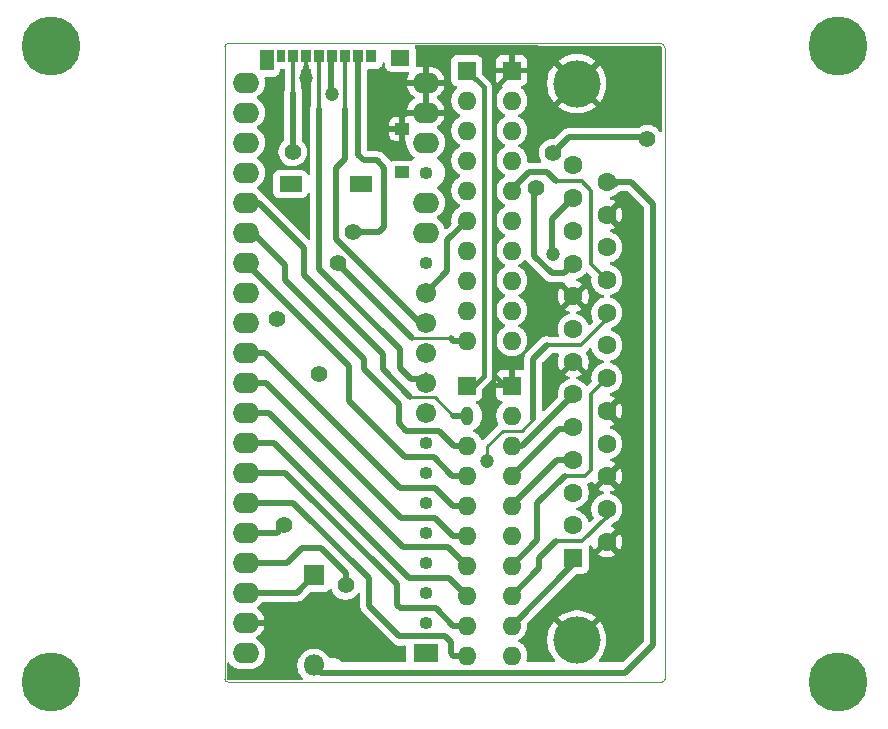
<source format=gbl>
%TF.GenerationSoftware,KiCad,Pcbnew,9.0.0*%
%TF.CreationDate,2025-04-09T09:42:29-03:00*%
%TF.ProjectId,bluepill_scsi,626c7565-7069-46c6-9c5f-736373692e6b,rev?*%
%TF.SameCoordinates,Original*%
%TF.FileFunction,Copper,L2,Bot*%
%TF.FilePolarity,Positive*%
%FSLAX46Y46*%
G04 Gerber Fmt 4.6, Leading zero omitted, Abs format (unit mm)*
G04 Created by KiCad (PCBNEW 9.0.0) date 2025-04-09 09:42:29*
%MOMM*%
%LPD*%
G01*
G04 APERTURE LIST*
%TA.AperFunction,ComponentPad*%
%ADD10R,1.600000X1.600000*%
%TD*%
%TA.AperFunction,ComponentPad*%
%ADD11O,1.600000X1.600000*%
%TD*%
%TA.AperFunction,ComponentPad*%
%ADD12O,1.000000X1.600000*%
%TD*%
%TA.AperFunction,ComponentPad*%
%ADD13C,4.000000*%
%TD*%
%TA.AperFunction,ComponentPad*%
%ADD14C,1.600000*%
%TD*%
%TA.AperFunction,ComponentPad*%
%ADD15R,2.000000X1.500000*%
%TD*%
%TA.AperFunction,ComponentPad*%
%ADD16O,1.100000X1.100000*%
%TD*%
%TA.AperFunction,ComponentPad*%
%ADD17O,1.700000X1.727200*%
%TD*%
%TA.AperFunction,ComponentPad*%
%ADD18O,2.250000X1.727200*%
%TD*%
%TA.AperFunction,ComponentPad*%
%ADD19R,1.800000X1.800000*%
%TD*%
%TA.AperFunction,ComponentPad*%
%ADD20O,1.800000X1.800000*%
%TD*%
%TA.AperFunction,SMDPad,CuDef*%
%ADD21R,0.850000X1.100000*%
%TD*%
%TA.AperFunction,SMDPad,CuDef*%
%ADD22R,0.750000X1.100000*%
%TD*%
%TA.AperFunction,SMDPad,CuDef*%
%ADD23R,1.200000X1.000000*%
%TD*%
%TA.AperFunction,SMDPad,CuDef*%
%ADD24R,1.550000X1.350000*%
%TD*%
%TA.AperFunction,SMDPad,CuDef*%
%ADD25R,1.900000X1.350000*%
%TD*%
%TA.AperFunction,SMDPad,CuDef*%
%ADD26R,1.170000X1.800000*%
%TD*%
%TA.AperFunction,ViaPad*%
%ADD27C,5.000000*%
%TD*%
%TA.AperFunction,ViaPad*%
%ADD28C,1.400000*%
%TD*%
%TA.AperFunction,ViaPad*%
%ADD29C,1.200000*%
%TD*%
%TA.AperFunction,Conductor*%
%ADD30C,0.500000*%
%TD*%
%TA.AperFunction,Conductor*%
%ADD31C,0.350000*%
%TD*%
%TA.AperFunction,Conductor*%
%ADD32C,0.400000*%
%TD*%
%TA.AperFunction,Conductor*%
%ADD33C,0.250000*%
%TD*%
%TA.AperFunction,Profile*%
%ADD34C,0.050000*%
%TD*%
G04 APERTURE END LIST*
D10*
%TO.P,RN1,1*%
%TO.N,VCC*%
X108315000Y-98175000D03*
D11*
%TO.P,RN1,2*%
%TO.N,/SCSI_DAT0*%
X108315000Y-100715000D03*
%TO.P,RN1,3*%
%TO.N,/SCSI_DAT1*%
X108315000Y-103255000D03*
%TO.P,RN1,4*%
%TO.N,/SCSI_DAT3*%
X108315000Y-105795000D03*
%TO.P,RN1,5*%
%TO.N,/SCSI_DAT2*%
X108315000Y-108335000D03*
%TO.P,RN1,6*%
%TO.N,/SCSI_DBP*%
X108315000Y-110875000D03*
%TO.P,RN1,7*%
%TO.N,/SCSI_DAT4*%
X108315000Y-113415000D03*
%TO.P,RN1,8*%
%TO.N,/SCSI_DAT5*%
X108315000Y-115955000D03*
%TO.P,RN1,9*%
%TO.N,/SCSI_DAT6*%
X108315000Y-118495000D03*
%TO.P,RN1,10*%
%TO.N,/SCSI_DAT7*%
X108315000Y-121035000D03*
%TD*%
D10*
%TO.P,RN2,1*%
%TO.N,GND*%
X112125000Y-98175000D03*
D11*
%TO.P,RN2,2*%
%TO.N,/SCSI_DAT0*%
X112125000Y-100715000D03*
%TO.P,RN2,3*%
%TO.N,/SCSI_DAT1*%
X112125000Y-103255000D03*
%TO.P,RN2,4*%
%TO.N,/SCSI_DAT3*%
X112125000Y-105795000D03*
%TO.P,RN2,5*%
%TO.N,/SCSI_DAT2*%
X112125000Y-108335000D03*
%TO.P,RN2,6*%
%TO.N,/SCSI_DBP*%
X112125000Y-110875000D03*
%TO.P,RN2,7*%
%TO.N,/SCSI_DAT4*%
X112125000Y-113415000D03*
%TO.P,RN2,8*%
%TO.N,/SCSI_DAT5*%
X112125000Y-115955000D03*
%TO.P,RN2,9*%
%TO.N,/SCSI_DAT6*%
X112125000Y-118495000D03*
%TO.P,RN2,10*%
%TO.N,/SCSI_DAT7*%
X112125000Y-121035000D03*
%TD*%
D12*
%TO.P,RN3,2*%
%TO.N,/SCSI_ATN*%
X108315000Y-127385000D03*
D10*
%TO.P,RN3,1*%
%TO.N,VCC*%
X108315000Y-124845000D03*
D11*
%TO.P,RN3,3*%
%TO.N,/SCSI_BSY*%
X108315000Y-129925000D03*
%TO.P,RN3,4*%
%TO.N,/SCSI_ACK*%
X108315000Y-132465000D03*
%TO.P,RN3,5*%
%TO.N,/SCSI_RST*%
X108315000Y-135005000D03*
%TO.P,RN3,6*%
%TO.N,/SCSI_MSG*%
X108315000Y-137545000D03*
%TO.P,RN3,7*%
%TO.N,/SCSI_SEL*%
X108315000Y-140085000D03*
%TO.P,RN3,8*%
%TO.N,/SCSI_CD*%
X108315000Y-142625000D03*
%TO.P,RN3,9*%
%TO.N,/SCSI_REQ*%
X108315000Y-145165000D03*
%TO.P,RN3,10*%
%TO.N,/SCSI_IO*%
X108315000Y-147705000D03*
%TD*%
D10*
%TO.P,RN4,1*%
%TO.N,GND*%
X112125000Y-124845000D03*
D11*
%TO.P,RN4,2*%
%TO.N,/SCSI_ATN*%
X112125000Y-127385000D03*
%TO.P,RN4,3*%
%TO.N,/SCSI_BSY*%
X112125000Y-129925000D03*
%TO.P,RN4,4*%
%TO.N,/SCSI_ACK*%
X112125000Y-132465000D03*
%TO.P,RN4,5*%
%TO.N,/SCSI_RST*%
X112125000Y-135005000D03*
%TO.P,RN4,6*%
%TO.N,/SCSI_MSG*%
X112125000Y-137545000D03*
%TO.P,RN4,7*%
%TO.N,/SCSI_SEL*%
X112125000Y-140085000D03*
%TO.P,RN4,8*%
%TO.N,/SCSI_CD*%
X112125000Y-142625000D03*
%TO.P,RN4,9*%
%TO.N,/SCSI_REQ*%
X112125000Y-145165000D03*
%TO.P,RN4,10*%
%TO.N,/SCSI_IO*%
X112125000Y-147705000D03*
%TD*%
D13*
%TO.P,J2,0*%
%TO.N,GND*%
X117635000Y-146385000D03*
X117635000Y-99285000D03*
D10*
%TO.P,J2,1*%
%TO.N,/SCSI_REQ*%
X117335000Y-139455000D03*
D14*
%TO.P,J2,2*%
%TO.N,/SCSI_MSG*%
X117335000Y-136685000D03*
%TO.P,J2,3*%
%TO.N,/SCSI_IO*%
X117335000Y-133915000D03*
%TO.P,J2,4*%
%TO.N,/SCSI_RST*%
X117335000Y-131145000D03*
%TO.P,J2,5*%
%TO.N,/SCSI_ACK*%
X117335000Y-128375000D03*
%TO.P,J2,6*%
%TO.N,/SCSI_BSY*%
X117335000Y-125605000D03*
%TO.P,J2,7*%
%TO.N,GND*%
X117335000Y-122835000D03*
%TO.P,J2,8*%
%TO.N,/SCSI_DAT0*%
X117335000Y-120065000D03*
%TO.P,J2,9*%
%TO.N,GND*%
X117335000Y-117295000D03*
%TO.P,J2,10*%
%TO.N,/SCSI_DAT3*%
X117335000Y-114525000D03*
%TO.P,J2,11*%
%TO.N,/SCSI_DAT5*%
X117335000Y-111755000D03*
%TO.P,J2,12*%
%TO.N,/SCSI_DAT6*%
X117335000Y-108985000D03*
%TO.P,J2,13*%
%TO.N,/SCSI_DAT7*%
X117335000Y-106215000D03*
%TO.P,J2,14*%
%TO.N,GND*%
X120175000Y-138070000D03*
%TO.P,J2,15*%
%TO.N,/SCSI_CD*%
X120175000Y-135300000D03*
%TO.P,J2,16*%
%TO.N,GND*%
X120175000Y-132530000D03*
%TO.P,J2,17*%
%TO.N,/SCSI_ATN*%
X120175000Y-129760000D03*
%TO.P,J2,18*%
%TO.N,GND*%
X120175000Y-126990000D03*
%TO.P,J2,19*%
%TO.N,/SCSI_SEL*%
X120175000Y-124220000D03*
%TO.P,J2,20*%
%TO.N,/SCSI_DBP*%
X120175000Y-121450000D03*
%TO.P,J2,21*%
%TO.N,/SCSI_DAT1*%
X120175000Y-118680000D03*
%TO.P,J2,22*%
%TO.N,/SCSI_DAT2*%
X120175000Y-115910000D03*
%TO.P,J2,23*%
%TO.N,/SCSI_DAT4*%
X120175000Y-113140000D03*
%TO.P,J2,24*%
%TO.N,GND*%
X120175000Y-110370000D03*
%TO.P,J2,25*%
%TO.N,/TERM_PWR*%
X120175000Y-107600000D03*
%TD*%
D15*
%TO.P,U1,1*%
%TO.N,N/C*%
X104835000Y-147464800D03*
D16*
%TO.P,U1,2*%
X104835000Y-144924800D03*
%TO.P,U1,3*%
X104835000Y-142384800D03*
%TO.P,U1,4*%
X104835000Y-139844800D03*
%TO.P,U1,5*%
X104835000Y-137304800D03*
%TO.P,U1,6*%
X104835000Y-134764800D03*
%TO.P,U1,7*%
X104835000Y-132224800D03*
%TO.P,U1,8*%
X104835000Y-129684800D03*
D17*
%TO.P,U1,9*%
%TO.N,/SD_CS*%
X104835000Y-127144800D03*
%TO.P,U1,10*%
%TO.N,/SD_CLK*%
X104835000Y-124604800D03*
%TO.P,U1,11*%
%TO.N,/SD_MISO*%
X104835000Y-122064800D03*
%TO.P,U1,12*%
%TO.N,/SD_MOSI*%
X104835000Y-119524800D03*
%TO.P,U1,13*%
%TO.N,/SCSI_DBP*%
X104835000Y-116984800D03*
D16*
%TO.P,U1,14*%
%TO.N,N/C*%
X104835000Y-114444800D03*
D18*
%TO.P,U1,15*%
%TO.N,/SCSI_DAT2*%
X104835000Y-111904800D03*
%TO.P,U1,16*%
%TO.N,/SCSI_DAT3*%
X104835000Y-109364800D03*
D16*
%TO.P,U1,17*%
%TO.N,N/C*%
X104835000Y-106824800D03*
D18*
%TO.P,U1,18*%
%TO.N,+3V3*%
X104835000Y-104284800D03*
%TO.P,U1,19*%
%TO.N,GND*%
X104835000Y-101744800D03*
%TO.P,U1,20*%
X104835000Y-99204800D03*
%TO.P,U1,21*%
%TO.N,/SCSI_DAT4*%
X89595000Y-99204800D03*
%TO.P,U1,22*%
%TO.N,/SCSI_DAT5*%
X89595000Y-101744800D03*
%TO.P,U1,23*%
%TO.N,/SCSI_DAT6*%
X89595000Y-104284800D03*
%TO.P,U1,24*%
%TO.N,/SCSI_DAT7*%
X89595000Y-106824800D03*
%TO.P,U1,25*%
%TO.N,/SCSI_ATN*%
X89595000Y-109364800D03*
%TO.P,U1,26*%
%TO.N,/SCSI_BSY*%
X89595000Y-111904800D03*
%TO.P,U1,27*%
%TO.N,/SCSI_ACK*%
X89595000Y-114444800D03*
%TO.P,U1,28*%
%TO.N,N/C*%
X89595000Y-116984800D03*
%TO.P,U1,29*%
X89595000Y-119524800D03*
%TO.P,U1,30*%
%TO.N,/SCSI_RST*%
X89595000Y-122064800D03*
%TO.P,U1,31*%
%TO.N,/SCSI_MSG*%
X89595000Y-124604800D03*
%TO.P,U1,32*%
%TO.N,/SCSI_SEL*%
X89595000Y-127144800D03*
%TO.P,U1,33*%
%TO.N,/SCSI_CD*%
X89595000Y-129684800D03*
%TO.P,U1,34*%
%TO.N,/SCSI_REQ*%
X89595000Y-132224800D03*
%TO.P,U1,35*%
%TO.N,/SCSI_IO*%
X89595000Y-134764800D03*
%TO.P,U1,36*%
%TO.N,/SCSI_DAT0*%
X89595000Y-137304800D03*
%TO.P,U1,37*%
%TO.N,/SCSI_DAT1*%
X89595000Y-139844800D03*
%TO.P,U1,38*%
%TO.N,VCC*%
X89595000Y-142384800D03*
%TO.P,U1,39*%
%TO.N,GND*%
X89595000Y-144924800D03*
%TO.P,U1,40*%
%TO.N,+3V3*%
X89595000Y-147515600D03*
%TD*%
D19*
%TO.P,D5,1*%
%TO.N,VCC*%
X95375000Y-140925000D03*
D20*
%TO.P,D5,2*%
%TO.N,/TERM_PWR*%
X95375000Y-148545000D03*
%TD*%
D21*
%TO.P,J5,1*%
%TO.N,N/C*%
X100235000Y-96955000D03*
%TO.P,J5,2*%
%TO.N,/SD_CS*%
X99135000Y-96955000D03*
%TO.P,J5,3*%
%TO.N,/SD_MOSI*%
X98035000Y-96955000D03*
%TO.P,J5,4*%
%TO.N,+3V3*%
X96935000Y-96955000D03*
%TO.P,J5,5*%
%TO.N,/SD_CLK*%
X95835000Y-96955000D03*
%TO.P,J5,6*%
%TO.N,GND*%
X94735000Y-96955000D03*
%TO.P,J5,7*%
%TO.N,/SD_MISO*%
X93635000Y-96955000D03*
D22*
%TO.P,J5,8*%
%TO.N,N/C*%
X92585000Y-96955000D03*
D23*
%TO.P,J5,9*%
%TO.N,GND*%
X102870000Y-103105000D03*
%TO.P,J5,10*%
%TO.N,N/C*%
X102870000Y-106805000D03*
D24*
%TO.P,J5,11*%
X102695000Y-97080000D03*
D25*
X99370000Y-107780000D03*
X93400000Y-107780000D03*
D26*
X91375000Y-97305000D03*
%TD*%
D27*
%TO.N,*%
X73089000Y-149955000D03*
X139714000Y-149955000D03*
X139714000Y-96139000D03*
X73089000Y-96139000D03*
D28*
%TO.N,/SD_MISO*%
X93585000Y-105065000D03*
D29*
%TO.N,GND*%
X94745000Y-98785000D03*
D28*
X98265000Y-146045000D03*
X95785000Y-123835000D03*
X92265000Y-119255000D03*
D29*
%TO.N,+3V3*%
X96885000Y-100205000D03*
D28*
%TO.N,/SD_CS*%
X98675000Y-111865000D03*
%TO.N,/SCSI_DBP*%
X115645000Y-105145000D03*
X123615000Y-103995000D03*
%TO.N,/SCSI_DAT7*%
X97450000Y-114500000D03*
D29*
%TO.N,/SCSI_DAT6*%
X115655000Y-113675000D03*
D28*
%TO.N,/SCSI_DAT3*%
X114165000Y-108145000D03*
%TO.N,/SCSI_DAT1*%
X98065000Y-141765000D03*
D29*
X110045000Y-131235000D03*
D28*
%TO.N,/SCSI_DAT0*%
X92875000Y-136675000D03*
%TD*%
D30*
%TO.N,/SCSI_IO*%
X93644800Y-134764800D02*
X91725000Y-134764800D01*
X100055000Y-141175000D02*
X93644800Y-134764800D01*
X100055000Y-143515000D02*
X100055000Y-141175000D01*
X102615000Y-146075000D02*
X100055000Y-143515000D01*
X106955000Y-147470300D02*
X106955000Y-146545000D01*
X106955000Y-146545000D02*
X106485000Y-146075000D01*
X107189700Y-147705000D02*
X106955000Y-147470300D01*
X106485000Y-146075000D02*
X102615000Y-146075000D01*
X108315000Y-147705000D02*
X107189700Y-147705000D01*
D31*
%TO.N,/SD_MISO*%
X93635000Y-96955000D02*
X93635000Y-100075000D01*
D30*
X93635000Y-100075000D02*
X93635000Y-105015000D01*
D31*
X93635000Y-105015000D02*
X93585000Y-105065000D01*
D32*
%TO.N,GND*%
X110585000Y-99715000D02*
X110585000Y-123941000D01*
X112125000Y-98175000D02*
X110585000Y-99715000D01*
X110585000Y-123941000D02*
X111807000Y-125163000D01*
D33*
%TO.N,/SD_CLK*%
X104834900Y-124604900D02*
X104835000Y-124605000D01*
X104504800Y-124275000D02*
X104834900Y-123944900D01*
D30*
X95835000Y-106455000D02*
X95835000Y-114945000D01*
X95835000Y-104775000D02*
X95835000Y-106455000D01*
X103580600Y-124275000D02*
X104504800Y-124275000D01*
X102685000Y-123379400D02*
X103580600Y-124275000D01*
X102685000Y-121795000D02*
X102685000Y-123379400D01*
D33*
X104835000Y-124604800D02*
X104834900Y-124604900D01*
D30*
X104834900Y-123944900D02*
X104834900Y-124604900D01*
X95835000Y-101425000D02*
X95835000Y-104775000D01*
X95835000Y-114945000D02*
X102685000Y-121795000D01*
D31*
X95835000Y-96955000D02*
X95835000Y-101425000D01*
D30*
%TO.N,+3V3*%
X96885000Y-100205000D02*
X96835000Y-100155000D01*
D33*
X96835000Y-97055000D02*
X96935000Y-96955000D01*
D30*
X96835000Y-100155000D02*
X96835000Y-97055000D01*
%TO.N,/SD_MOSI*%
X104364900Y-119524900D02*
X97275000Y-112435000D01*
X98035000Y-105695000D02*
X98035000Y-101465000D01*
D31*
X98035000Y-101465000D02*
X98035000Y-96955000D01*
D33*
X104834900Y-119524900D02*
X104835000Y-119525000D01*
D30*
X104834900Y-119524900D02*
X104364900Y-119524900D01*
X97275000Y-112435000D02*
X97275000Y-106455000D01*
D33*
X104835000Y-119524800D02*
X104834900Y-119524900D01*
D30*
X97275000Y-106455000D02*
X98035000Y-105695000D01*
%TO.N,/SD_CS*%
X100705000Y-105785000D02*
X99585000Y-105785000D01*
X99585000Y-105785000D02*
X99135000Y-105335000D01*
X101315000Y-111415000D02*
X101315000Y-106395000D01*
X98675000Y-111865000D02*
X100865000Y-111865000D01*
X101315000Y-106395000D02*
X100705000Y-105785000D01*
X100865000Y-111865000D02*
X101315000Y-111415000D01*
X99135000Y-105335000D02*
X99135000Y-96955000D01*
%TO.N,/SCSI_IO*%
X91725000Y-134764800D02*
X89595000Y-134764800D01*
D33*
X91725000Y-134764800D02*
X92244800Y-134764800D01*
D30*
%TO.N,/SCSI_REQ*%
X102405000Y-141685000D02*
X92944800Y-132224800D01*
X108315000Y-145165000D02*
X107189700Y-145165000D01*
D33*
X117335000Y-139955000D02*
X117335000Y-139455000D01*
X102655400Y-143654800D02*
X102575000Y-143574400D01*
D30*
X107189700Y-145165000D02*
X105679500Y-143654800D01*
X102575000Y-143574400D02*
X102405000Y-143404400D01*
X102405000Y-143404400D02*
X102405000Y-141685000D01*
X112125000Y-145165000D02*
X117335000Y-139955000D01*
X92944800Y-132224800D02*
X89595000Y-132224800D01*
X105679500Y-143654800D02*
X102655400Y-143654800D01*
%TO.N,/SCSI_CD*%
X108264000Y-142574000D02*
X106804800Y-141114800D01*
X106804800Y-141114800D02*
X103405000Y-141114800D01*
X91975000Y-129684800D02*
X103405000Y-141114800D01*
D33*
X108264000Y-142574000D02*
X108315000Y-142625000D01*
D30*
X114445000Y-140305000D02*
X114445000Y-139430000D01*
X89595000Y-129684800D02*
X91975000Y-129684800D01*
D31*
X115860000Y-138015000D02*
X118115000Y-138015000D01*
D30*
X114445000Y-139430000D02*
X115860000Y-138015000D01*
X120175000Y-135955000D02*
X120175000Y-135300000D01*
X112125000Y-142625000D02*
X114445000Y-140305000D01*
D31*
X118115000Y-138015000D02*
X120175000Y-135955000D01*
D33*
%TO.N,/SCSI_SEL*%
X108264000Y-140034000D02*
X108315000Y-140085000D01*
D30*
X114295000Y-137915000D02*
X114295000Y-134770000D01*
X114295000Y-134770000D02*
X116600000Y-132465000D01*
X89595000Y-127144800D02*
X91590900Y-127144800D01*
D31*
X118795000Y-132015000D02*
X118795000Y-131350000D01*
X118795000Y-131350000D02*
X118795000Y-125600000D01*
D30*
X112125000Y-140085000D02*
X114295000Y-137915000D01*
X106738900Y-138508900D02*
X108264000Y-140034000D01*
D31*
X118345000Y-132465000D02*
X118795000Y-132015000D01*
X116600000Y-132465000D02*
X118345000Y-132465000D01*
D30*
X102955000Y-138508900D02*
X106738900Y-138508900D01*
D31*
X118795000Y-125600000D02*
X120175000Y-124220000D01*
D30*
X91590900Y-127144800D02*
X102955000Y-138508900D01*
%TO.N,/SCSI_RST*%
X105669700Y-133485000D02*
X103232200Y-133485000D01*
X103232200Y-133485000D02*
X102635000Y-133485000D01*
X112125000Y-134945000D02*
X112125000Y-135005000D01*
X91214800Y-122064800D02*
X89595000Y-122064800D01*
X117335000Y-131145000D02*
X115925000Y-131145000D01*
X102635000Y-133485000D02*
X91214800Y-122064800D01*
X107189700Y-135005000D02*
X105669700Y-133485000D01*
X115925000Y-131145000D02*
X112125000Y-134945000D01*
X108315000Y-135005000D02*
X107189700Y-135005000D01*
D33*
X103232200Y-133485000D02*
X103155000Y-133562200D01*
%TO.N,/SCSI_ACK*%
X107189700Y-132465000D02*
X107095000Y-132465000D01*
D30*
X107095000Y-132465000D02*
X105528500Y-130898500D01*
X105528500Y-130898500D02*
X103248500Y-130898500D01*
X89595000Y-114444800D02*
X98335000Y-123184800D01*
X103078500Y-130898500D02*
X103248500Y-130898500D01*
X112125000Y-132465000D02*
X116085000Y-128505000D01*
X116085000Y-128505000D02*
X117335000Y-128505000D01*
D33*
X117335000Y-128505000D02*
X117335000Y-128375000D01*
D30*
X98335000Y-123184800D02*
X98335000Y-126155000D01*
X108315000Y-132465000D02*
X107189700Y-132465000D01*
X98335000Y-126155000D02*
X103078500Y-130898500D01*
%TO.N,/SCSI_BSY*%
X113021441Y-129925000D02*
X117335000Y-125611441D01*
D33*
X89595000Y-111904800D02*
X89595000Y-112499300D01*
X117335000Y-125611441D02*
X117335000Y-125605000D01*
D30*
X112125000Y-129925000D02*
X113021441Y-129925000D01*
D33*
%TO.N,/SCSI_ATN*%
X103553210Y-125819700D02*
X105624400Y-125819700D01*
D30*
X101185000Y-123451490D02*
X103527910Y-125794400D01*
X94498950Y-115508950D02*
X101185000Y-122195000D01*
X94498950Y-113168950D02*
X94498950Y-115508950D01*
X107189700Y-127385000D02*
X108315000Y-127385000D01*
X90694800Y-109364800D02*
X94498950Y-113168950D01*
D33*
X105624400Y-125819700D02*
X107189700Y-127385000D01*
D30*
X89595000Y-109364800D02*
X90694800Y-109364800D01*
D33*
X103527910Y-125794400D02*
X103553210Y-125819700D01*
D30*
X101185000Y-122195000D02*
X101185000Y-123451490D01*
%TO.N,/SCSI_MSG*%
X105669700Y-136025000D02*
X107189700Y-137545000D01*
X102903100Y-136025000D02*
X105669700Y-136025000D01*
X102766900Y-136025000D02*
X91346700Y-124604800D01*
X107189700Y-137545000D02*
X108315000Y-137545000D01*
X91346700Y-124604800D02*
X89595000Y-124604800D01*
X102903100Y-136025000D02*
X102766900Y-136025000D01*
%TO.N,/SCSI_DBP*%
X104835000Y-116984800D02*
X106685000Y-115134800D01*
X106685000Y-112505000D02*
X108315000Y-110875000D01*
X116965000Y-103825000D02*
X115645000Y-105145000D01*
X106685000Y-115134800D02*
X106685000Y-112505000D01*
D33*
X104835000Y-116985000D02*
X104945000Y-117095000D01*
D30*
X123445000Y-103825000D02*
X116965000Y-103825000D01*
D33*
X112125000Y-110875000D02*
X112125000Y-111344000D01*
D30*
X123615000Y-103995000D02*
X123445000Y-103825000D01*
D33*
%TO.N,/SCSI_DAT7*%
X106949500Y-120794800D02*
X103667100Y-120794800D01*
D30*
X107189700Y-121035000D02*
X106949500Y-120794800D01*
X97450000Y-114577700D02*
X103667100Y-120794800D01*
X108315000Y-121035000D02*
X107189700Y-121035000D01*
X97450000Y-114500000D02*
X97450000Y-114577700D01*
%TO.N,/SCSI_DAT6*%
X115655000Y-113675000D02*
X115575000Y-113595000D01*
X115575000Y-110745000D02*
X117335000Y-108985000D01*
X115575000Y-113595000D02*
X115575000Y-110745000D01*
%TO.N,/SCSI_DAT3*%
X114045000Y-113885000D02*
X115505000Y-115345000D01*
X115505000Y-115345000D02*
X116545000Y-115345000D01*
D33*
X116545000Y-115345000D02*
X116545000Y-115315000D01*
D30*
X116545000Y-115315000D02*
X117335000Y-114525000D01*
X114045000Y-108265000D02*
X114045000Y-113885000D01*
X114165000Y-108145000D02*
X114045000Y-108265000D01*
D31*
%TO.N,/SCSI_DAT2*%
X118055000Y-107555000D02*
X115895000Y-107555000D01*
D30*
X113555000Y-106735000D02*
X112125000Y-108165000D01*
D31*
X118055000Y-107555000D02*
X118835000Y-108335000D01*
X118835000Y-114570000D02*
X120175000Y-115910000D01*
X118835000Y-108335000D02*
X118835000Y-114570000D01*
D30*
X115075000Y-106735000D02*
X113555000Y-106735000D01*
X115895000Y-107555000D02*
X115075000Y-106735000D01*
X112125000Y-108165000D02*
X112125000Y-108335000D01*
D33*
%TO.N,/SCSI_DAT1*%
X120175000Y-118680000D02*
X120175000Y-119335000D01*
D31*
X117990000Y-121450000D02*
X115070000Y-121450000D01*
D30*
X95975000Y-138615000D02*
X94345000Y-138615000D01*
X94345000Y-138615000D02*
X93115200Y-139844800D01*
X98065000Y-140705000D02*
X95975000Y-138615000D01*
X113945000Y-122575000D02*
X113945000Y-127675000D01*
X115070000Y-121450000D02*
X113945000Y-122575000D01*
X93115200Y-139844800D02*
X89595000Y-139844800D01*
D33*
X110045000Y-129995200D02*
X111385200Y-128655000D01*
D30*
X98065000Y-141765000D02*
X98065000Y-140705000D01*
D33*
X110045000Y-131235000D02*
X110045000Y-129995200D01*
X111385200Y-128655000D02*
X112965000Y-128655000D01*
X112965000Y-128655000D02*
X113945000Y-127675000D01*
D31*
X120105000Y-119335000D02*
X117990000Y-121450000D01*
D30*
X120175000Y-119335000D02*
X120105000Y-119335000D01*
%TO.N,/SCSI_DAT0*%
X92875000Y-136675000D02*
X92235000Y-137315000D01*
X91855000Y-137315000D02*
X91055500Y-137315000D01*
X91045300Y-137304800D02*
X89595000Y-137304800D01*
X92235000Y-137315000D02*
X91855000Y-137315000D01*
X91055500Y-137315000D02*
X91045300Y-137304800D01*
D33*
%TO.N,VCC*%
X108129000Y-124395000D02*
X107997000Y-124527000D01*
X108579000Y-124845000D02*
X108129000Y-124395000D01*
D32*
X109745000Y-124050000D02*
X109745000Y-99605000D01*
D33*
X108579000Y-124845000D02*
X108950000Y-124845000D01*
X108315000Y-124845000D02*
X108579000Y-124845000D01*
D30*
X89595000Y-142384800D02*
X93915200Y-142384800D01*
X93915200Y-142384800D02*
X95375000Y-140925000D01*
D32*
X89595000Y-142385000D02*
X89595200Y-142385000D01*
X109745000Y-99605000D02*
X108315000Y-98175000D01*
D33*
X89595200Y-142385000D02*
X89595000Y-142384800D01*
D32*
X108950000Y-124845000D02*
X109745000Y-124050000D01*
D30*
%TO.N,/TERM_PWR*%
X120175000Y-107600000D02*
X122230000Y-107600000D01*
X124085000Y-146805000D02*
X121745000Y-149145000D01*
X124085000Y-109455000D02*
X124085000Y-146805000D01*
D32*
X120394762Y-107819762D02*
X120849762Y-107819762D01*
D30*
X122230000Y-107600000D02*
X124085000Y-109455000D01*
D32*
X120175000Y-107600000D02*
X120394762Y-107819762D01*
D30*
X121745000Y-149145000D02*
X95975000Y-149145000D01*
X95975000Y-149145000D02*
X95375000Y-148545000D01*
%TO.N,/SCSI_BSY*%
X107195000Y-129925000D02*
X108315000Y-129925000D01*
X105925000Y-128655000D02*
X107195000Y-129925000D01*
X102575000Y-128055000D02*
X103175000Y-128655000D01*
X102575000Y-126385000D02*
X102575000Y-128055000D01*
X103175000Y-128655000D02*
X105925000Y-128655000D01*
X99645000Y-123455000D02*
X102575000Y-126385000D01*
X92915000Y-115885000D02*
X99645000Y-122615000D01*
X90214800Y-111904800D02*
X92915000Y-114605000D01*
X99645000Y-122615000D02*
X99645000Y-123455000D01*
X89595000Y-111904800D02*
X90214800Y-111904800D01*
X92915000Y-114605000D02*
X92915000Y-115885000D01*
%TD*%
%TA.AperFunction,Conductor*%
%TO.N,GND*%
G36*
X96886622Y-142092852D02*
G01*
X96916872Y-142142214D01*
X96945040Y-142228907D01*
X97028187Y-142392090D01*
X97031398Y-142398392D01*
X97143208Y-142552285D01*
X97277715Y-142686792D01*
X97431608Y-142798602D01*
X97511683Y-142839402D01*
X97601092Y-142884959D01*
X97601094Y-142884959D01*
X97601097Y-142884961D01*
X97682788Y-142911504D01*
X97782008Y-142943743D01*
X97969884Y-142973500D01*
X97969889Y-142973500D01*
X98160116Y-142973500D01*
X98347991Y-142943743D01*
X98385954Y-142931408D01*
X98528903Y-142884961D01*
X98698392Y-142798602D01*
X98852285Y-142686792D01*
X98986792Y-142552285D01*
X99072182Y-142434756D01*
X99127512Y-142392090D01*
X99197125Y-142386111D01*
X99258920Y-142418717D01*
X99293278Y-142479556D01*
X99296500Y-142507641D01*
X99296500Y-143589709D01*
X99325647Y-143736239D01*
X99325649Y-143736247D01*
X99382825Y-143874282D01*
X99465835Y-143998517D01*
X102211883Y-146744565D01*
X102336108Y-146827569D01*
X102336112Y-146827571D01*
X102336115Y-146827573D01*
X102474153Y-146884751D01*
X102620690Y-146913899D01*
X102620693Y-146913900D01*
X102620695Y-146913900D01*
X102770107Y-146913900D01*
X102770108Y-146913899D01*
X102916646Y-146884751D01*
X103030047Y-146837777D01*
X103099516Y-146830309D01*
X103161995Y-146861584D01*
X103197648Y-146921672D01*
X103201500Y-146952339D01*
X103201500Y-148122500D01*
X103181815Y-148189539D01*
X103129011Y-148235294D01*
X103077500Y-148246500D01*
X97739122Y-148246500D01*
X97672083Y-148226815D01*
X97651441Y-148210181D01*
X97474772Y-148033511D01*
X97474771Y-148033510D01*
X97366920Y-147961447D01*
X97366919Y-147961446D01*
X97366917Y-147961445D01*
X97366915Y-147961444D01*
X97366913Y-147961443D01*
X97247077Y-147911806D01*
X97247071Y-147911804D01*
X97119859Y-147886500D01*
X97119857Y-147886500D01*
X96696261Y-147886500D01*
X96629222Y-147866815D01*
X96585776Y-147818793D01*
X96579659Y-147806788D01*
X96579656Y-147806784D01*
X96449343Y-147627424D01*
X96292576Y-147470657D01*
X96113215Y-147340343D01*
X95915680Y-147239693D01*
X95704824Y-147171182D01*
X95651182Y-147162686D01*
X95485851Y-147136500D01*
X95264149Y-147136500D01*
X95154662Y-147153841D01*
X95045175Y-147171182D01*
X94834319Y-147239693D01*
X94636784Y-147340343D01*
X94544204Y-147407607D01*
X94457424Y-147470657D01*
X94457422Y-147470659D01*
X94457421Y-147470659D01*
X94300659Y-147627421D01*
X94300659Y-147627422D01*
X94300657Y-147627424D01*
X94244692Y-147704452D01*
X94170343Y-147806784D01*
X94069693Y-148004319D01*
X94001182Y-148215175D01*
X93966500Y-148434149D01*
X93966500Y-148655850D01*
X94001182Y-148874824D01*
X94069693Y-149085680D01*
X94151532Y-149246297D01*
X94170343Y-149283215D01*
X94300657Y-149462576D01*
X94300659Y-149462578D01*
X94417687Y-149579606D01*
X94451172Y-149640929D01*
X94446188Y-149710621D01*
X94404316Y-149766554D01*
X94338852Y-149790971D01*
X94330274Y-149791287D01*
X88109545Y-149804730D01*
X88042463Y-149785190D01*
X87996594Y-149732485D01*
X87985277Y-149680456D01*
X87988177Y-148379494D01*
X88008011Y-148312501D01*
X88060917Y-148266864D01*
X88130098Y-148257075D01*
X88193588Y-148286241D01*
X88212495Y-148306887D01*
X88287021Y-148409463D01*
X88439737Y-148562179D01*
X88614463Y-148689125D01*
X88705378Y-148735448D01*
X88806891Y-148787173D01*
X88806893Y-148787173D01*
X88806896Y-148787175D01*
X88916995Y-148822948D01*
X89012298Y-148853915D01*
X89225608Y-148887700D01*
X89225613Y-148887700D01*
X89964392Y-148887700D01*
X90177701Y-148853915D01*
X90383104Y-148787175D01*
X90575537Y-148689125D01*
X90750263Y-148562179D01*
X90902979Y-148409463D01*
X91029925Y-148234737D01*
X91127975Y-148042304D01*
X91194715Y-147836901D01*
X91197583Y-147818793D01*
X91228500Y-147623592D01*
X91228500Y-147407607D01*
X91194715Y-147194298D01*
X91137819Y-147019193D01*
X91127975Y-146988896D01*
X91127973Y-146988893D01*
X91127973Y-146988891D01*
X91058516Y-146852576D01*
X91029925Y-146796463D01*
X90902979Y-146621737D01*
X90750263Y-146469021D01*
X90575537Y-146342075D01*
X90575536Y-146342074D01*
X90575534Y-146342073D01*
X90543821Y-146325914D01*
X90493025Y-146277939D01*
X90476231Y-146210118D01*
X90498769Y-146143983D01*
X90543824Y-146104944D01*
X90571082Y-146091055D01*
X90744727Y-145964893D01*
X90744728Y-145964893D01*
X90896493Y-145813128D01*
X90896493Y-145813127D01*
X91022655Y-145639482D01*
X91120096Y-145448243D01*
X91186424Y-145244107D01*
X91197402Y-145174800D01*
X90037251Y-145174800D01*
X90068381Y-145120881D01*
X90103000Y-144991680D01*
X90103000Y-144857920D01*
X90068381Y-144728719D01*
X90037251Y-144674800D01*
X91197402Y-144674800D01*
X91186424Y-144605492D01*
X91120096Y-144401356D01*
X91022655Y-144210117D01*
X90896493Y-144036472D01*
X90896493Y-144036471D01*
X90744728Y-143884706D01*
X90573596Y-143760370D01*
X90530931Y-143705040D01*
X90524952Y-143635426D01*
X90557558Y-143573631D01*
X90573597Y-143559734D01*
X90575534Y-143558326D01*
X90575537Y-143558325D01*
X90750263Y-143431379D01*
X90902979Y-143278663D01*
X90964190Y-143194413D01*
X91019519Y-143151749D01*
X91064507Y-143143300D01*
X93989907Y-143143300D01*
X94030149Y-143135295D01*
X94070393Y-143127290D01*
X94136447Y-143114151D01*
X94274484Y-143056974D01*
X94398715Y-142973966D01*
X95002862Y-142369819D01*
X95064185Y-142336334D01*
X95090543Y-142333500D01*
X96323638Y-142333500D01*
X96323654Y-142333499D01*
X96350692Y-142330591D01*
X96384201Y-142326989D01*
X96521204Y-142275889D01*
X96638261Y-142188261D01*
X96699675Y-142106220D01*
X96755608Y-142064351D01*
X96825299Y-142059367D01*
X96886622Y-142092852D01*
G37*
%TD.AperFunction*%
%TA.AperFunction,Conductor*%
G36*
X121931496Y-108378185D02*
G01*
X121952138Y-108394819D01*
X123290181Y-109732862D01*
X123323666Y-109794185D01*
X123326500Y-109820543D01*
X123326500Y-146439457D01*
X123306815Y-146506496D01*
X123290181Y-146527138D01*
X121607138Y-148210181D01*
X121545815Y-148243666D01*
X121519457Y-148246500D01*
X119605611Y-148246500D01*
X119538572Y-148226815D01*
X119492817Y-148174011D01*
X119482873Y-148104853D01*
X119508664Y-148045187D01*
X119677115Y-147833956D01*
X119826507Y-147596200D01*
X119948337Y-147343217D01*
X120041077Y-147078180D01*
X120041078Y-147078178D01*
X120103560Y-146804424D01*
X120103562Y-146804412D01*
X120134999Y-146525401D01*
X120135000Y-146525399D01*
X120135000Y-146244600D01*
X120134999Y-146244598D01*
X120103562Y-145965587D01*
X120103560Y-145965575D01*
X120041078Y-145691821D01*
X120041077Y-145691819D01*
X119948337Y-145426782D01*
X119826507Y-145173799D01*
X119677115Y-144936043D01*
X119570810Y-144802741D01*
X118929250Y-145444300D01*
X118855412Y-145342670D01*
X118677330Y-145164588D01*
X118575697Y-145090747D01*
X119217257Y-144449187D01*
X119083956Y-144342884D01*
X118846200Y-144193492D01*
X118593217Y-144071662D01*
X118328180Y-143978922D01*
X118328178Y-143978921D01*
X118054424Y-143916439D01*
X118054412Y-143916437D01*
X117775401Y-143885000D01*
X117494598Y-143885000D01*
X117215587Y-143916437D01*
X117215575Y-143916439D01*
X116941821Y-143978921D01*
X116941819Y-143978922D01*
X116676782Y-144071662D01*
X116423799Y-144193492D01*
X116186043Y-144342884D01*
X116052741Y-144449187D01*
X116694301Y-145090747D01*
X116592670Y-145164588D01*
X116414588Y-145342670D01*
X116340747Y-145444301D01*
X115699187Y-144802741D01*
X115592884Y-144936043D01*
X115443492Y-145173799D01*
X115321662Y-145426782D01*
X115228922Y-145691819D01*
X115228921Y-145691821D01*
X115166439Y-145965575D01*
X115166437Y-145965587D01*
X115135000Y-146244598D01*
X115135000Y-146525401D01*
X115166437Y-146804412D01*
X115166439Y-146804424D01*
X115228921Y-147078178D01*
X115228922Y-147078180D01*
X115321662Y-147343217D01*
X115443492Y-147596200D01*
X115592884Y-147833956D01*
X115761336Y-148045187D01*
X115787744Y-148109873D01*
X115774989Y-148178569D01*
X115727118Y-148229463D01*
X115664389Y-148246500D01*
X113495566Y-148246500D01*
X113428527Y-148226815D01*
X113382772Y-148174011D01*
X113372828Y-148104853D01*
X113377635Y-148084182D01*
X113401279Y-148011412D01*
X113401279Y-148011411D01*
X113401280Y-148011408D01*
X113433500Y-147807981D01*
X113433500Y-147602019D01*
X113432578Y-147596200D01*
X113401280Y-147398591D01*
X113350136Y-147241187D01*
X113337634Y-147202710D01*
X113337632Y-147202707D01*
X113337632Y-147202705D01*
X113291287Y-147111749D01*
X113244129Y-147019197D01*
X113195554Y-146952339D01*
X113123073Y-146852576D01*
X113123069Y-146852571D01*
X112977428Y-146706930D01*
X112977423Y-146706926D01*
X112810806Y-146585873D01*
X112810805Y-146585872D01*
X112810803Y-146585871D01*
X112731540Y-146545484D01*
X112680745Y-146497510D01*
X112663950Y-146429689D01*
X112686487Y-146363554D01*
X112731541Y-146324515D01*
X112810803Y-146284129D01*
X112977430Y-146163068D01*
X113123068Y-146017430D01*
X113244129Y-145850803D01*
X113337634Y-145667290D01*
X113401280Y-145471408D01*
X113433500Y-145267981D01*
X113433500Y-145062019D01*
X113425220Y-145009743D01*
X113434174Y-144940454D01*
X113460009Y-144902670D01*
X117562862Y-140799819D01*
X117624185Y-140766334D01*
X117650543Y-140763500D01*
X118183638Y-140763500D01*
X118183654Y-140763499D01*
X118211980Y-140760453D01*
X118244201Y-140756989D01*
X118381204Y-140705889D01*
X118498261Y-140618261D01*
X118585889Y-140501204D01*
X118634265Y-140371504D01*
X118636988Y-140364204D01*
X118636988Y-140364203D01*
X118636989Y-140364201D01*
X118640591Y-140330692D01*
X118643499Y-140303654D01*
X118643500Y-140303637D01*
X118643500Y-138606362D01*
X118643499Y-138606345D01*
X118636989Y-138545800D01*
X118636421Y-138543396D01*
X118636524Y-138541473D01*
X118636160Y-138538088D01*
X118636708Y-138538029D01*
X118636964Y-138533247D01*
X118633413Y-138523725D01*
X118638803Y-138498947D01*
X118640160Y-138473627D01*
X118646500Y-138463565D01*
X118648265Y-138455452D01*
X118669413Y-138427201D01*
X118718606Y-138378008D01*
X118779927Y-138344525D01*
X118849619Y-138349509D01*
X118905552Y-138391381D01*
X118924216Y-138427372D01*
X118970244Y-138569031D01*
X119063141Y-138751350D01*
X119063147Y-138751359D01*
X119095523Y-138795921D01*
X119095524Y-138795922D01*
X119692037Y-138199408D01*
X119709075Y-138262993D01*
X119774901Y-138377007D01*
X119867993Y-138470099D01*
X119982007Y-138535925D01*
X120045590Y-138552962D01*
X119449076Y-139149474D01*
X119493650Y-139181859D01*
X119675968Y-139274755D01*
X119870582Y-139337990D01*
X120072683Y-139370000D01*
X120277317Y-139370000D01*
X120479417Y-139337990D01*
X120674031Y-139274755D01*
X120856349Y-139181859D01*
X120900921Y-139149474D01*
X120304409Y-138552962D01*
X120367993Y-138535925D01*
X120482007Y-138470099D01*
X120575099Y-138377007D01*
X120640925Y-138262993D01*
X120657962Y-138199409D01*
X121254474Y-138795921D01*
X121286859Y-138751349D01*
X121379755Y-138569031D01*
X121442990Y-138374417D01*
X121475000Y-138172317D01*
X121475000Y-137967682D01*
X121442990Y-137765582D01*
X121379755Y-137570968D01*
X121286859Y-137388650D01*
X121254474Y-137344077D01*
X121254474Y-137344076D01*
X120657962Y-137940589D01*
X120640925Y-137877007D01*
X120575099Y-137762993D01*
X120482007Y-137669901D01*
X120367993Y-137604075D01*
X120304408Y-137587037D01*
X120900922Y-136990524D01*
X120900921Y-136990523D01*
X120856359Y-136958147D01*
X120856350Y-136958141D01*
X120674029Y-136865244D01*
X120583420Y-136835803D01*
X120573885Y-136829283D01*
X120562592Y-136826857D01*
X120545567Y-136809919D01*
X120525744Y-136796365D01*
X120521247Y-136785725D01*
X120513059Y-136777579D01*
X120507894Y-136754128D01*
X120498546Y-136732007D01*
X120500515Y-136720624D01*
X120498032Y-136709345D01*
X120506365Y-136686825D01*
X120510461Y-136663160D01*
X120518893Y-136652970D01*
X120522280Y-136643818D01*
X120541880Y-136625191D01*
X120547172Y-136618797D01*
X120549948Y-136616707D01*
X120658516Y-136544165D01*
X120695572Y-136507107D01*
X120702525Y-136501875D01*
X120707845Y-136499875D01*
X120720795Y-136490466D01*
X120860803Y-136419129D01*
X121027430Y-136298068D01*
X121173068Y-136152430D01*
X121294129Y-135985803D01*
X121387634Y-135802290D01*
X121451280Y-135606408D01*
X121483500Y-135402981D01*
X121483500Y-135197019D01*
X121469398Y-135107981D01*
X121451280Y-134993591D01*
X121387632Y-134797705D01*
X121353709Y-134731128D01*
X121294129Y-134614197D01*
X121272228Y-134584053D01*
X121173073Y-134447576D01*
X121173069Y-134447571D01*
X121027428Y-134301930D01*
X121027423Y-134301926D01*
X120860806Y-134180873D01*
X120860805Y-134180872D01*
X120860803Y-134180871D01*
X120771303Y-134135268D01*
X120677294Y-134087367D01*
X120496004Y-134028462D01*
X120438329Y-133989024D01*
X120411131Y-133924665D01*
X120423046Y-133855819D01*
X120470290Y-133804343D01*
X120496005Y-133792600D01*
X120674029Y-133734755D01*
X120856349Y-133641859D01*
X120900921Y-133609474D01*
X120304409Y-133012962D01*
X120367993Y-132995925D01*
X120482007Y-132930099D01*
X120575099Y-132837007D01*
X120640925Y-132722993D01*
X120657962Y-132659409D01*
X121254474Y-133255921D01*
X121286859Y-133211349D01*
X121379755Y-133029031D01*
X121442990Y-132834417D01*
X121475000Y-132632317D01*
X121475000Y-132427682D01*
X121442990Y-132225582D01*
X121379755Y-132030968D01*
X121286859Y-131848650D01*
X121254474Y-131804077D01*
X121254474Y-131804076D01*
X120657962Y-132400589D01*
X120640925Y-132337007D01*
X120575099Y-132222993D01*
X120482007Y-132129901D01*
X120367993Y-132064075D01*
X120304408Y-132047037D01*
X120900922Y-131450524D01*
X120900921Y-131450523D01*
X120856359Y-131418147D01*
X120856350Y-131418141D01*
X120674031Y-131325244D01*
X120496004Y-131267399D01*
X120438329Y-131227961D01*
X120411131Y-131163602D01*
X120423046Y-131094756D01*
X120470290Y-131043280D01*
X120496005Y-131031537D01*
X120677290Y-130972634D01*
X120860803Y-130879129D01*
X121027430Y-130758068D01*
X121173068Y-130612430D01*
X121294129Y-130445803D01*
X121387634Y-130262290D01*
X121451280Y-130066408D01*
X121483500Y-129862981D01*
X121483500Y-129657019D01*
X121472510Y-129587631D01*
X121451280Y-129453591D01*
X121411587Y-129331430D01*
X121387634Y-129257710D01*
X121387632Y-129257707D01*
X121387632Y-129257705D01*
X121336878Y-129158096D01*
X121294129Y-129074197D01*
X121271943Y-129043660D01*
X121173073Y-128907576D01*
X121173069Y-128907571D01*
X121027428Y-128761930D01*
X121027423Y-128761926D01*
X120860806Y-128640873D01*
X120860805Y-128640872D01*
X120860803Y-128640871D01*
X120775946Y-128597634D01*
X120677294Y-128547367D01*
X120496004Y-128488462D01*
X120438329Y-128449024D01*
X120411131Y-128384665D01*
X120423046Y-128315819D01*
X120470290Y-128264343D01*
X120496005Y-128252600D01*
X120674029Y-128194755D01*
X120856349Y-128101859D01*
X120900921Y-128069474D01*
X120304409Y-127472962D01*
X120367993Y-127455925D01*
X120482007Y-127390099D01*
X120575099Y-127297007D01*
X120640925Y-127182993D01*
X120657962Y-127119409D01*
X121254474Y-127715921D01*
X121286859Y-127671349D01*
X121379755Y-127489031D01*
X121442990Y-127294417D01*
X121475000Y-127092317D01*
X121475000Y-126887682D01*
X121442990Y-126685582D01*
X121379755Y-126490968D01*
X121286859Y-126308650D01*
X121254474Y-126264077D01*
X121254474Y-126264076D01*
X120657962Y-126860589D01*
X120640925Y-126797007D01*
X120575099Y-126682993D01*
X120482007Y-126589901D01*
X120367993Y-126524075D01*
X120304408Y-126507037D01*
X120900922Y-125910524D01*
X120900921Y-125910523D01*
X120856359Y-125878147D01*
X120856350Y-125878141D01*
X120674031Y-125785244D01*
X120496004Y-125727399D01*
X120438329Y-125687961D01*
X120411131Y-125623602D01*
X120423046Y-125554756D01*
X120470290Y-125503280D01*
X120496005Y-125491537D01*
X120677290Y-125432634D01*
X120860803Y-125339129D01*
X121027430Y-125218068D01*
X121173068Y-125072430D01*
X121294129Y-124905803D01*
X121387634Y-124722290D01*
X121451280Y-124526408D01*
X121483500Y-124322981D01*
X121483500Y-124117019D01*
X121473134Y-124051574D01*
X121451280Y-123913591D01*
X121413980Y-123798795D01*
X121387634Y-123717710D01*
X121387632Y-123717707D01*
X121387632Y-123717705D01*
X121353709Y-123651128D01*
X121294129Y-123534197D01*
X121222453Y-123435543D01*
X121173073Y-123367576D01*
X121173069Y-123367571D01*
X121027428Y-123221930D01*
X121027423Y-123221926D01*
X120860806Y-123100873D01*
X120860805Y-123100872D01*
X120860803Y-123100871D01*
X120803496Y-123071671D01*
X120677294Y-123007367D01*
X120509757Y-122952931D01*
X120452082Y-122913493D01*
X120424884Y-122849134D01*
X120436799Y-122780288D01*
X120484043Y-122728812D01*
X120509757Y-122717069D01*
X120540923Y-122706942D01*
X120677290Y-122662634D01*
X120860803Y-122569129D01*
X121027430Y-122448068D01*
X121173068Y-122302430D01*
X121294129Y-122135803D01*
X121387634Y-121952290D01*
X121451280Y-121756408D01*
X121483500Y-121552981D01*
X121483500Y-121347019D01*
X121451280Y-121143592D01*
X121387634Y-120947710D01*
X121387632Y-120947707D01*
X121387632Y-120947705D01*
X121343368Y-120860834D01*
X121294129Y-120764197D01*
X121253576Y-120708380D01*
X121173073Y-120597576D01*
X121173069Y-120597571D01*
X121027428Y-120451930D01*
X121027423Y-120451926D01*
X120860806Y-120330873D01*
X120860805Y-120330872D01*
X120860803Y-120330871D01*
X120803496Y-120301671D01*
X120677294Y-120237367D01*
X120634466Y-120223451D01*
X120592418Y-120209789D01*
X120583052Y-120203385D01*
X120571953Y-120201039D01*
X120554732Y-120184019D01*
X120534744Y-120170352D01*
X120530327Y-120159900D01*
X120522258Y-120151926D01*
X120516972Y-120128298D01*
X120507546Y-120105993D01*
X120509480Y-120094812D01*
X120507004Y-120083741D01*
X120515332Y-120061004D01*
X120519461Y-120037147D01*
X120527754Y-120027091D01*
X120531035Y-120018134D01*
X120550248Y-119999816D01*
X120555844Y-119993031D01*
X120558776Y-119990808D01*
X120658516Y-119924165D01*
X120695430Y-119887250D01*
X120702197Y-119882122D01*
X120707549Y-119880089D01*
X120720795Y-119870466D01*
X120860803Y-119799129D01*
X121027430Y-119678068D01*
X121173068Y-119532430D01*
X121294129Y-119365803D01*
X121387634Y-119182290D01*
X121451280Y-118986408D01*
X121483500Y-118782981D01*
X121483500Y-118577019D01*
X121480424Y-118557600D01*
X121451280Y-118373591D01*
X121404681Y-118230175D01*
X121387634Y-118177710D01*
X121387632Y-118177707D01*
X121387632Y-118177705D01*
X121313074Y-118031379D01*
X121294129Y-117994197D01*
X121210189Y-117878663D01*
X121173073Y-117827576D01*
X121173069Y-117827571D01*
X121027428Y-117681930D01*
X121027423Y-117681926D01*
X120860806Y-117560873D01*
X120860805Y-117560872D01*
X120860803Y-117560871D01*
X120803496Y-117531671D01*
X120677294Y-117467367D01*
X120509757Y-117412931D01*
X120452082Y-117373493D01*
X120424884Y-117309134D01*
X120436799Y-117240288D01*
X120484043Y-117188812D01*
X120509757Y-117177069D01*
X120554626Y-117162490D01*
X120677290Y-117122634D01*
X120860803Y-117029129D01*
X121027430Y-116908068D01*
X121173068Y-116762430D01*
X121294129Y-116595803D01*
X121387634Y-116412290D01*
X121451280Y-116216408D01*
X121483500Y-116012981D01*
X121483500Y-115807019D01*
X121458407Y-115648591D01*
X121451280Y-115603591D01*
X121402254Y-115452705D01*
X121387634Y-115407710D01*
X121387632Y-115407707D01*
X121387632Y-115407705D01*
X121341211Y-115316600D01*
X121294129Y-115224197D01*
X121205763Y-115102571D01*
X121173073Y-115057576D01*
X121173069Y-115057571D01*
X121027428Y-114911930D01*
X121027423Y-114911926D01*
X120860806Y-114790873D01*
X120860805Y-114790872D01*
X120860803Y-114790871D01*
X120803496Y-114761671D01*
X120677294Y-114697367D01*
X120509757Y-114642931D01*
X120452082Y-114603493D01*
X120424884Y-114539134D01*
X120436799Y-114470288D01*
X120484043Y-114418812D01*
X120509757Y-114407069D01*
X120540923Y-114396942D01*
X120677290Y-114352634D01*
X120860803Y-114259129D01*
X121027430Y-114138068D01*
X121173068Y-113992430D01*
X121294129Y-113825803D01*
X121387634Y-113642290D01*
X121451280Y-113446408D01*
X121483500Y-113242981D01*
X121483500Y-113037019D01*
X121458197Y-112877264D01*
X121451280Y-112833591D01*
X121417359Y-112729193D01*
X121387634Y-112637710D01*
X121387632Y-112637707D01*
X121387632Y-112637705D01*
X121342626Y-112549378D01*
X121294129Y-112454197D01*
X121197942Y-112321806D01*
X121173073Y-112287576D01*
X121173069Y-112287571D01*
X121027428Y-112141930D01*
X121027423Y-112141926D01*
X120860806Y-112020873D01*
X120860805Y-112020872D01*
X120860803Y-112020871D01*
X120803496Y-111991671D01*
X120677294Y-111927367D01*
X120496004Y-111868462D01*
X120438329Y-111829024D01*
X120411131Y-111764665D01*
X120423046Y-111695819D01*
X120470290Y-111644343D01*
X120496005Y-111632600D01*
X120674029Y-111574755D01*
X120856349Y-111481859D01*
X120900921Y-111449474D01*
X120304409Y-110852962D01*
X120367993Y-110835925D01*
X120482007Y-110770099D01*
X120575099Y-110677007D01*
X120640925Y-110562993D01*
X120657962Y-110499409D01*
X121254474Y-111095921D01*
X121286859Y-111051349D01*
X121379755Y-110869031D01*
X121442990Y-110674417D01*
X121475000Y-110472317D01*
X121475000Y-110267682D01*
X121442990Y-110065582D01*
X121379755Y-109870968D01*
X121286859Y-109688650D01*
X121254474Y-109644077D01*
X121254474Y-109644076D01*
X120657962Y-110240589D01*
X120640925Y-110177007D01*
X120575099Y-110062993D01*
X120482007Y-109969901D01*
X120367993Y-109904075D01*
X120304408Y-109887037D01*
X120900922Y-109290524D01*
X120900921Y-109290523D01*
X120856359Y-109258147D01*
X120856350Y-109258141D01*
X120674031Y-109165244D01*
X120496004Y-109107399D01*
X120438329Y-109067961D01*
X120411131Y-109003602D01*
X120423046Y-108934756D01*
X120470290Y-108883280D01*
X120496005Y-108871537D01*
X120677290Y-108812634D01*
X120860803Y-108719129D01*
X121027430Y-108598068D01*
X121156267Y-108469230D01*
X121175499Y-108453516D01*
X121182782Y-108448694D01*
X121185363Y-108447626D01*
X121287767Y-108379201D01*
X121287921Y-108379100D01*
X121321253Y-108368821D01*
X121354152Y-108358520D01*
X121354674Y-108358515D01*
X121354688Y-108358511D01*
X121354702Y-108358515D01*
X121356365Y-108358500D01*
X121864457Y-108358500D01*
X121931496Y-108378185D01*
G37*
%TD.AperFunction*%
%TA.AperFunction,Conductor*%
G36*
X119709075Y-132722993D02*
G01*
X119774901Y-132837007D01*
X119867993Y-132930099D01*
X119982007Y-132995925D01*
X120045590Y-133012962D01*
X119449076Y-133609474D01*
X119493650Y-133641859D01*
X119675968Y-133734754D01*
X119853995Y-133792600D01*
X119911670Y-133832038D01*
X119938868Y-133896397D01*
X119926953Y-133965243D01*
X119879709Y-134016719D01*
X119853995Y-134028462D01*
X119672705Y-134087367D01*
X119489193Y-134180873D01*
X119322576Y-134301926D01*
X119322571Y-134301930D01*
X119176930Y-134447571D01*
X119176926Y-134447576D01*
X119055873Y-134614193D01*
X118962367Y-134797705D01*
X118898719Y-134993591D01*
X118866500Y-135197019D01*
X118866500Y-135402980D01*
X118898719Y-135606408D01*
X118962367Y-135802294D01*
X119056052Y-135986159D01*
X119068948Y-136054828D01*
X119042672Y-136119569D01*
X119033248Y-136130135D01*
X118796914Y-136366469D01*
X118735591Y-136399954D01*
X118665899Y-136394970D01*
X118609966Y-136353098D01*
X118591302Y-136317106D01*
X118585116Y-136298068D01*
X118547634Y-136182710D01*
X118454129Y-135999197D01*
X118438661Y-135977908D01*
X118333073Y-135832576D01*
X118333069Y-135832571D01*
X118187428Y-135686930D01*
X118187423Y-135686926D01*
X118020806Y-135565873D01*
X118020805Y-135565872D01*
X118020803Y-135565871D01*
X117963496Y-135536671D01*
X117837294Y-135472367D01*
X117669757Y-135417931D01*
X117612082Y-135378493D01*
X117584884Y-135314134D01*
X117596799Y-135245288D01*
X117644043Y-135193812D01*
X117669757Y-135182069D01*
X117700923Y-135171942D01*
X117837290Y-135127634D01*
X118020803Y-135034129D01*
X118187430Y-134913068D01*
X118333068Y-134767430D01*
X118454129Y-134600803D01*
X118547634Y-134417290D01*
X118611280Y-134221408D01*
X118643500Y-134017981D01*
X118643500Y-133812019D01*
X118640387Y-133792366D01*
X118611280Y-133608591D01*
X118574307Y-133494800D01*
X118547634Y-133412710D01*
X118547632Y-133412707D01*
X118547632Y-133412705D01*
X118485752Y-133291260D01*
X118472856Y-133222591D01*
X118499132Y-133157850D01*
X118548779Y-133120407D01*
X118649505Y-133078685D01*
X118668759Y-133070710D01*
X118724681Y-133033344D01*
X118780699Y-132995914D01*
X118780701Y-132995912D01*
X118780706Y-132995909D01*
X118780710Y-132995904D01*
X118783283Y-132993793D01*
X118784903Y-132993104D01*
X118785771Y-132992525D01*
X118785880Y-132992689D01*
X118847591Y-132966474D01*
X118916459Y-132978259D01*
X118968024Y-133025406D01*
X118972442Y-133033344D01*
X119063141Y-133211350D01*
X119063147Y-133211359D01*
X119095523Y-133255921D01*
X119095524Y-133255922D01*
X119692037Y-132659408D01*
X119709075Y-132722993D01*
G37*
%TD.AperFunction*%
%TA.AperFunction,Conductor*%
G36*
X124731682Y-96074664D02*
G01*
X124798667Y-96094531D01*
X124844278Y-96147460D01*
X124855344Y-96198317D01*
X124875176Y-103291480D01*
X124855678Y-103358575D01*
X124803003Y-103404477D01*
X124733872Y-103414614D01*
X124670236Y-103385767D01*
X124650858Y-103364713D01*
X124602931Y-103298748D01*
X124536792Y-103207715D01*
X124402285Y-103073208D01*
X124248392Y-102961398D01*
X124183591Y-102928380D01*
X124078907Y-102875040D01*
X123897991Y-102816256D01*
X123710116Y-102786500D01*
X123710111Y-102786500D01*
X123519889Y-102786500D01*
X123519884Y-102786500D01*
X123332008Y-102816256D01*
X123151092Y-102875040D01*
X122981604Y-102961400D01*
X122869542Y-103042818D01*
X122803736Y-103066298D01*
X122796657Y-103066500D01*
X116890290Y-103066500D01*
X116817024Y-103081074D01*
X116743760Y-103095647D01*
X116743752Y-103095649D01*
X116605717Y-103152825D01*
X116481482Y-103235835D01*
X116481481Y-103235836D01*
X115817137Y-103900181D01*
X115755814Y-103933666D01*
X115729456Y-103936500D01*
X115549884Y-103936500D01*
X115362008Y-103966256D01*
X115181092Y-104025040D01*
X115011607Y-104111398D01*
X114938625Y-104164423D01*
X114857715Y-104223208D01*
X114857713Y-104223210D01*
X114857712Y-104223210D01*
X114723210Y-104357712D01*
X114723210Y-104357713D01*
X114723208Y-104357715D01*
X114711283Y-104374129D01*
X114611398Y-104511607D01*
X114525040Y-104681092D01*
X114466256Y-104862008D01*
X114436500Y-105049883D01*
X114436500Y-105240116D01*
X114466256Y-105427991D01*
X114525040Y-105608907D01*
X114611398Y-105778393D01*
X114612285Y-105779613D01*
X114612479Y-105780158D01*
X114613944Y-105782548D01*
X114613442Y-105782855D01*
X114635766Y-105845419D01*
X114619942Y-105913473D01*
X114569837Y-105962169D01*
X114511968Y-105976500D01*
X113557500Y-105976500D01*
X113490461Y-105956815D01*
X113444706Y-105904011D01*
X113433500Y-105852500D01*
X113433500Y-105692019D01*
X113401280Y-105488591D01*
X113350197Y-105331376D01*
X113337634Y-105292710D01*
X113337632Y-105292707D01*
X113337632Y-105292705D01*
X113281091Y-105181739D01*
X113244129Y-105109197D01*
X113205223Y-105055647D01*
X113123073Y-104942576D01*
X113123069Y-104942571D01*
X112977428Y-104796930D01*
X112977423Y-104796926D01*
X112810806Y-104675873D01*
X112810805Y-104675872D01*
X112810803Y-104675871D01*
X112731540Y-104635484D01*
X112680745Y-104587510D01*
X112663950Y-104519689D01*
X112686487Y-104453554D01*
X112731541Y-104414515D01*
X112810803Y-104374129D01*
X112977430Y-104253068D01*
X113123068Y-104107430D01*
X113244129Y-103940803D01*
X113337634Y-103757290D01*
X113401280Y-103561408D01*
X113433500Y-103357981D01*
X113433500Y-103152019D01*
X113424572Y-103095649D01*
X113401280Y-102948591D01*
X113337632Y-102752705D01*
X113283970Y-102647389D01*
X113244129Y-102569197D01*
X113164417Y-102459482D01*
X113123073Y-102402576D01*
X113123069Y-102402571D01*
X112977428Y-102256930D01*
X112977423Y-102256926D01*
X112810806Y-102135873D01*
X112810805Y-102135872D01*
X112810803Y-102135871D01*
X112731540Y-102095484D01*
X112680745Y-102047510D01*
X112663950Y-101979689D01*
X112686487Y-101913554D01*
X112731541Y-101874515D01*
X112810803Y-101834129D01*
X112977430Y-101713068D01*
X113123068Y-101567430D01*
X113244129Y-101400803D01*
X113337634Y-101217290D01*
X113386013Y-101068394D01*
X113401279Y-101021412D01*
X113401279Y-101021411D01*
X113401280Y-101021408D01*
X113433500Y-100817981D01*
X113433500Y-100612019D01*
X113414145Y-100489820D01*
X113401280Y-100408591D01*
X113337632Y-100212705D01*
X113285911Y-100111199D01*
X113244129Y-100029197D01*
X113149672Y-99899187D01*
X113123073Y-99862576D01*
X113123069Y-99862571D01*
X112977428Y-99716930D01*
X112977423Y-99716926D01*
X112947181Y-99694954D01*
X112904515Y-99639625D01*
X112898536Y-99570011D01*
X112931141Y-99508216D01*
X112991980Y-99473859D01*
X113006810Y-99471347D01*
X113032372Y-99468598D01*
X113032379Y-99468596D01*
X113167086Y-99418354D01*
X113167093Y-99418350D01*
X113282187Y-99332190D01*
X113282190Y-99332187D01*
X113368350Y-99217093D01*
X113368354Y-99217086D01*
X113395391Y-99144598D01*
X115135000Y-99144598D01*
X115135000Y-99425401D01*
X115166437Y-99704412D01*
X115166439Y-99704424D01*
X115228921Y-99978178D01*
X115228922Y-99978180D01*
X115321662Y-100243217D01*
X115443492Y-100496200D01*
X115592884Y-100733956D01*
X115699187Y-100867257D01*
X116340747Y-100225697D01*
X116414588Y-100327330D01*
X116592670Y-100505412D01*
X116694300Y-100579251D01*
X116052741Y-101220810D01*
X116052741Y-101220811D01*
X116186043Y-101327115D01*
X116423799Y-101476507D01*
X116676782Y-101598337D01*
X116941819Y-101691077D01*
X116941821Y-101691078D01*
X117215575Y-101753560D01*
X117215587Y-101753562D01*
X117494598Y-101784999D01*
X117494600Y-101785000D01*
X117775400Y-101785000D01*
X117775401Y-101784999D01*
X118054412Y-101753562D01*
X118054424Y-101753560D01*
X118328178Y-101691078D01*
X118328180Y-101691077D01*
X118593217Y-101598337D01*
X118846200Y-101476507D01*
X119083956Y-101327116D01*
X119217257Y-101220810D01*
X118575698Y-100579251D01*
X118677330Y-100505412D01*
X118855412Y-100327330D01*
X118929251Y-100225698D01*
X119570810Y-100867257D01*
X119677116Y-100733956D01*
X119826507Y-100496200D01*
X119948337Y-100243217D01*
X120041077Y-99978180D01*
X120041078Y-99978178D01*
X120103560Y-99704424D01*
X120103562Y-99704412D01*
X120134999Y-99425401D01*
X120135000Y-99425399D01*
X120135000Y-99144600D01*
X120134999Y-99144598D01*
X120103562Y-98865587D01*
X120103560Y-98865575D01*
X120041078Y-98591821D01*
X120041077Y-98591819D01*
X119948337Y-98326782D01*
X119826507Y-98073799D01*
X119677115Y-97836043D01*
X119570810Y-97702741D01*
X118929251Y-98344300D01*
X118855412Y-98242670D01*
X118677330Y-98064588D01*
X118575697Y-97990747D01*
X119217257Y-97349187D01*
X119083956Y-97242884D01*
X118846200Y-97093492D01*
X118593217Y-96971662D01*
X118328180Y-96878922D01*
X118328178Y-96878921D01*
X118054424Y-96816439D01*
X118054412Y-96816437D01*
X117775401Y-96785000D01*
X117494598Y-96785000D01*
X117215587Y-96816437D01*
X117215575Y-96816439D01*
X116941821Y-96878921D01*
X116941819Y-96878922D01*
X116676782Y-96971662D01*
X116423799Y-97093492D01*
X116186043Y-97242884D01*
X116052741Y-97349187D01*
X116694301Y-97990747D01*
X116592670Y-98064588D01*
X116414588Y-98242670D01*
X116340747Y-98344301D01*
X115699187Y-97702741D01*
X115592884Y-97836043D01*
X115443492Y-98073799D01*
X115321662Y-98326782D01*
X115228922Y-98591819D01*
X115228921Y-98591821D01*
X115166439Y-98865575D01*
X115166437Y-98865587D01*
X115135000Y-99144598D01*
X113395391Y-99144598D01*
X113412849Y-99097791D01*
X113412849Y-99097790D01*
X113418596Y-99082383D01*
X113418598Y-99082372D01*
X113424999Y-99022844D01*
X113425000Y-99022827D01*
X113425000Y-98425000D01*
X112440686Y-98425000D01*
X112445080Y-98420606D01*
X112497741Y-98329394D01*
X112525000Y-98227661D01*
X112525000Y-98122339D01*
X112497741Y-98020606D01*
X112445080Y-97929394D01*
X112440686Y-97925000D01*
X113425000Y-97925000D01*
X113425000Y-97327172D01*
X113424999Y-97327155D01*
X113418598Y-97267627D01*
X113418596Y-97267620D01*
X113368354Y-97132913D01*
X113368350Y-97132906D01*
X113282190Y-97017812D01*
X113282187Y-97017809D01*
X113167093Y-96931649D01*
X113167086Y-96931645D01*
X113032379Y-96881403D01*
X113032372Y-96881401D01*
X112972844Y-96875000D01*
X112375000Y-96875000D01*
X112375000Y-97859314D01*
X112370606Y-97854920D01*
X112279394Y-97802259D01*
X112177661Y-97775000D01*
X112072339Y-97775000D01*
X111970606Y-97802259D01*
X111879394Y-97854920D01*
X111875000Y-97859314D01*
X111875000Y-96875000D01*
X111277155Y-96875000D01*
X111217627Y-96881401D01*
X111217620Y-96881403D01*
X111082913Y-96931645D01*
X111082906Y-96931649D01*
X110967812Y-97017809D01*
X110967809Y-97017812D01*
X110881649Y-97132906D01*
X110881645Y-97132913D01*
X110831403Y-97267620D01*
X110831401Y-97267627D01*
X110825000Y-97327155D01*
X110825000Y-97925000D01*
X111809314Y-97925000D01*
X111804920Y-97929394D01*
X111752259Y-98020606D01*
X111725000Y-98122339D01*
X111725000Y-98227661D01*
X111752259Y-98329394D01*
X111804920Y-98420606D01*
X111809314Y-98425000D01*
X110825000Y-98425000D01*
X110825000Y-99022844D01*
X110831401Y-99082372D01*
X110831403Y-99082379D01*
X110881645Y-99217086D01*
X110881649Y-99217093D01*
X110967809Y-99332187D01*
X110967812Y-99332190D01*
X111082906Y-99418350D01*
X111082913Y-99418354D01*
X111217620Y-99468596D01*
X111217626Y-99468598D01*
X111243190Y-99471347D01*
X111307740Y-99498086D01*
X111347588Y-99555478D01*
X111350081Y-99625304D01*
X111314428Y-99685392D01*
X111302819Y-99694953D01*
X111272578Y-99716924D01*
X111272571Y-99716930D01*
X111126930Y-99862571D01*
X111126926Y-99862576D01*
X111005873Y-100029193D01*
X110912367Y-100212705D01*
X110848719Y-100408591D01*
X110816500Y-100612019D01*
X110816500Y-100817980D01*
X110848719Y-101021408D01*
X110912367Y-101217294D01*
X110968325Y-101327115D01*
X111000516Y-101390294D01*
X111005873Y-101400806D01*
X111126926Y-101567423D01*
X111126930Y-101567428D01*
X111272571Y-101713069D01*
X111272576Y-101713073D01*
X111439195Y-101834128D01*
X111518459Y-101874516D01*
X111569254Y-101922490D01*
X111586049Y-101990311D01*
X111563511Y-102056446D01*
X111518459Y-102095484D01*
X111439195Y-102135871D01*
X111272576Y-102256926D01*
X111272571Y-102256930D01*
X111126930Y-102402571D01*
X111126926Y-102402576D01*
X111005873Y-102569193D01*
X110912367Y-102752705D01*
X110848719Y-102948591D01*
X110816500Y-103152019D01*
X110816500Y-103357981D01*
X110817487Y-103364212D01*
X110848719Y-103561408D01*
X110912367Y-103757294D01*
X110958123Y-103847093D01*
X111002234Y-103933666D01*
X111005873Y-103940806D01*
X111126926Y-104107423D01*
X111126930Y-104107428D01*
X111272571Y-104253069D01*
X111272576Y-104253073D01*
X111439195Y-104374128D01*
X111518459Y-104414516D01*
X111569254Y-104462490D01*
X111586049Y-104530311D01*
X111563511Y-104596446D01*
X111518459Y-104635484D01*
X111439195Y-104675871D01*
X111272576Y-104796926D01*
X111272571Y-104796930D01*
X111126930Y-104942571D01*
X111126926Y-104942576D01*
X111005873Y-105109193D01*
X110912367Y-105292705D01*
X110848719Y-105488591D01*
X110816500Y-105692019D01*
X110816500Y-105897981D01*
X110818181Y-105908592D01*
X110848719Y-106101408D01*
X110912367Y-106297294D01*
X110960265Y-106391297D01*
X110993831Y-106457174D01*
X111005873Y-106480806D01*
X111126926Y-106647423D01*
X111126930Y-106647428D01*
X111272571Y-106793069D01*
X111272576Y-106793073D01*
X111439195Y-106914128D01*
X111518459Y-106954516D01*
X111569254Y-107002490D01*
X111586049Y-107070311D01*
X111563511Y-107136446D01*
X111518459Y-107175484D01*
X111439195Y-107215871D01*
X111272576Y-107336926D01*
X111272571Y-107336930D01*
X111126930Y-107482571D01*
X111126926Y-107482576D01*
X111005873Y-107649193D01*
X110912367Y-107832705D01*
X110848719Y-108028591D01*
X110816500Y-108232019D01*
X110816500Y-108437980D01*
X110848719Y-108641408D01*
X110912367Y-108837294D01*
X110972687Y-108955676D01*
X111004479Y-109018072D01*
X111005873Y-109020806D01*
X111126926Y-109187423D01*
X111126930Y-109187428D01*
X111272571Y-109333069D01*
X111272576Y-109333073D01*
X111439195Y-109454128D01*
X111518459Y-109494516D01*
X111569254Y-109542490D01*
X111586049Y-109610311D01*
X111563511Y-109676446D01*
X111518459Y-109715484D01*
X111439195Y-109755871D01*
X111272576Y-109876926D01*
X111272571Y-109876930D01*
X111126930Y-110022571D01*
X111126926Y-110022576D01*
X111005873Y-110189193D01*
X110912367Y-110372705D01*
X110848719Y-110568591D01*
X110816500Y-110772019D01*
X110816500Y-110977980D01*
X110848719Y-111181408D01*
X110912367Y-111377294D01*
X111005873Y-111560806D01*
X111126926Y-111727423D01*
X111126930Y-111727428D01*
X111272571Y-111873069D01*
X111272576Y-111873073D01*
X111439195Y-111994128D01*
X111518459Y-112034516D01*
X111569254Y-112082490D01*
X111586049Y-112150311D01*
X111563511Y-112216446D01*
X111518459Y-112255484D01*
X111439195Y-112295871D01*
X111272576Y-112416926D01*
X111272571Y-112416930D01*
X111126930Y-112562571D01*
X111126926Y-112562576D01*
X111005873Y-112729193D01*
X110912367Y-112912705D01*
X110848719Y-113108591D01*
X110816500Y-113312019D01*
X110816500Y-113517980D01*
X110848719Y-113721408D01*
X110912367Y-113917294D01*
X111005873Y-114100806D01*
X111126926Y-114267423D01*
X111126930Y-114267428D01*
X111272571Y-114413069D01*
X111272576Y-114413073D01*
X111439195Y-114534128D01*
X111518459Y-114574516D01*
X111569254Y-114622490D01*
X111586049Y-114690311D01*
X111563511Y-114756446D01*
X111518459Y-114795484D01*
X111439195Y-114835871D01*
X111272576Y-114956926D01*
X111272571Y-114956930D01*
X111126930Y-115102571D01*
X111126926Y-115102576D01*
X111005873Y-115269193D01*
X110912367Y-115452705D01*
X110848719Y-115648591D01*
X110816500Y-115852019D01*
X110816500Y-116057980D01*
X110848719Y-116261408D01*
X110912367Y-116457294D01*
X111005873Y-116640806D01*
X111126926Y-116807423D01*
X111126930Y-116807428D01*
X111272571Y-116953069D01*
X111272576Y-116953073D01*
X111439195Y-117074128D01*
X111518459Y-117114516D01*
X111569254Y-117162490D01*
X111586049Y-117230311D01*
X111563511Y-117296446D01*
X111518459Y-117335484D01*
X111439195Y-117375871D01*
X111272576Y-117496926D01*
X111272571Y-117496930D01*
X111126930Y-117642571D01*
X111126926Y-117642576D01*
X111005873Y-117809193D01*
X110912367Y-117992705D01*
X110848719Y-118188591D01*
X110816500Y-118392019D01*
X110816500Y-118597980D01*
X110848719Y-118801408D01*
X110912367Y-118997294D01*
X111005873Y-119180806D01*
X111126926Y-119347423D01*
X111126930Y-119347428D01*
X111272571Y-119493069D01*
X111272576Y-119493073D01*
X111439195Y-119614128D01*
X111518459Y-119654516D01*
X111569254Y-119702490D01*
X111586049Y-119770311D01*
X111563511Y-119836446D01*
X111518459Y-119875484D01*
X111439195Y-119915871D01*
X111272576Y-120036926D01*
X111272571Y-120036930D01*
X111126930Y-120182571D01*
X111126926Y-120182576D01*
X111005873Y-120349193D01*
X110912367Y-120532705D01*
X110848719Y-120728591D01*
X110816500Y-120932019D01*
X110816500Y-121137980D01*
X110848719Y-121341408D01*
X110912367Y-121537294D01*
X110972760Y-121655820D01*
X110998928Y-121707177D01*
X111005873Y-121720806D01*
X111126926Y-121887423D01*
X111126930Y-121887428D01*
X111272571Y-122033069D01*
X111272576Y-122033073D01*
X111374651Y-122107234D01*
X111439197Y-122154129D01*
X111556128Y-122213709D01*
X111622705Y-122247632D01*
X111622707Y-122247632D01*
X111622710Y-122247634D01*
X111707386Y-122275147D01*
X111818591Y-122311280D01*
X111920305Y-122327390D01*
X112022019Y-122343500D01*
X112022020Y-122343500D01*
X112227980Y-122343500D01*
X112227981Y-122343500D01*
X112431408Y-122311280D01*
X112627290Y-122247634D01*
X112810803Y-122154129D01*
X112977430Y-122033068D01*
X113123068Y-121887430D01*
X113244129Y-121720803D01*
X113337634Y-121537290D01*
X113401280Y-121341408D01*
X113433500Y-121137981D01*
X113433500Y-120932019D01*
X113425454Y-120881221D01*
X113401280Y-120728591D01*
X113358710Y-120597576D01*
X113337634Y-120532710D01*
X113337632Y-120532707D01*
X113337632Y-120532705D01*
X113292536Y-120444200D01*
X113244129Y-120349197D01*
X113167654Y-120243937D01*
X113123073Y-120182576D01*
X113123069Y-120182571D01*
X112977428Y-120036930D01*
X112977423Y-120036926D01*
X112810806Y-119915873D01*
X112810805Y-119915872D01*
X112810803Y-119915871D01*
X112731540Y-119875484D01*
X112680745Y-119827510D01*
X112663950Y-119759689D01*
X112686487Y-119693554D01*
X112731541Y-119654515D01*
X112810803Y-119614129D01*
X112977430Y-119493068D01*
X113123068Y-119347430D01*
X113244129Y-119180803D01*
X113337634Y-118997290D01*
X113401280Y-118801408D01*
X113433500Y-118597981D01*
X113433500Y-118392019D01*
X113415667Y-118279426D01*
X113401280Y-118188591D01*
X113350197Y-118031376D01*
X113337634Y-117992710D01*
X113337632Y-117992707D01*
X113337632Y-117992705D01*
X113303709Y-117926128D01*
X113244129Y-117809197D01*
X113167654Y-117703937D01*
X113123073Y-117642576D01*
X113123069Y-117642571D01*
X112977428Y-117496930D01*
X112977423Y-117496926D01*
X112810806Y-117375873D01*
X112810805Y-117375872D01*
X112810803Y-117375871D01*
X112731540Y-117335484D01*
X112722387Y-117326839D01*
X112710722Y-117322105D01*
X112697468Y-117303304D01*
X112680745Y-117287510D01*
X112677718Y-117275290D01*
X112670464Y-117264999D01*
X112669478Y-117242015D01*
X112663950Y-117219689D01*
X112668011Y-117207771D01*
X112667472Y-117195193D01*
X112679066Y-117175329D01*
X112686487Y-117153554D01*
X112697190Y-117144279D01*
X112702694Y-117134851D01*
X112731541Y-117114515D01*
X112810803Y-117074129D01*
X112977430Y-116953068D01*
X113123068Y-116807430D01*
X113244129Y-116640803D01*
X113337634Y-116457290D01*
X113401280Y-116261408D01*
X113433500Y-116057981D01*
X113433500Y-115852019D01*
X113426373Y-115807019D01*
X113401280Y-115648591D01*
X113337632Y-115452705D01*
X113281662Y-115342860D01*
X113244129Y-115269197D01*
X113211432Y-115224193D01*
X113123073Y-115102576D01*
X113123069Y-115102571D01*
X112977428Y-114956930D01*
X112977423Y-114956926D01*
X112810806Y-114835873D01*
X112810805Y-114835872D01*
X112810803Y-114835871D01*
X112731540Y-114795484D01*
X112680745Y-114747510D01*
X112663950Y-114679689D01*
X112686487Y-114613554D01*
X112731541Y-114574515D01*
X112810803Y-114534129D01*
X112977430Y-114413068D01*
X113123068Y-114267430D01*
X113158097Y-114219216D01*
X113213425Y-114176551D01*
X113283038Y-114170570D01*
X113344834Y-114203175D01*
X113369316Y-114239250D01*
X113369953Y-114238910D01*
X113372822Y-114244278D01*
X113455835Y-114368517D01*
X115021482Y-115934164D01*
X115021485Y-115934166D01*
X115145716Y-116017174D01*
X115283753Y-116074351D01*
X115332212Y-116083990D01*
X115430291Y-116103500D01*
X116483751Y-116103500D01*
X116550790Y-116123185D01*
X116596545Y-116175989D01*
X116602342Y-116208789D01*
X117205591Y-116812037D01*
X117142007Y-116829075D01*
X117027993Y-116894901D01*
X116934901Y-116987993D01*
X116869075Y-117102007D01*
X116852037Y-117165590D01*
X116255524Y-116569077D01*
X116255523Y-116569077D01*
X116223143Y-116613644D01*
X116130244Y-116795968D01*
X116067009Y-116990582D01*
X116035000Y-117192682D01*
X116035000Y-117397317D01*
X116067009Y-117599417D01*
X116130244Y-117794031D01*
X116223141Y-117976350D01*
X116223147Y-117976359D01*
X116255523Y-118020921D01*
X116255524Y-118020922D01*
X116852037Y-117424409D01*
X116869075Y-117487993D01*
X116934901Y-117602007D01*
X117027993Y-117695099D01*
X117142007Y-117760925D01*
X117205590Y-117777962D01*
X116609076Y-118374474D01*
X116653650Y-118406859D01*
X116835968Y-118499754D01*
X117013995Y-118557600D01*
X117071670Y-118597038D01*
X117098868Y-118661397D01*
X117086953Y-118730243D01*
X117039709Y-118781719D01*
X117013995Y-118793462D01*
X116832705Y-118852367D01*
X116649193Y-118945873D01*
X116482576Y-119066926D01*
X116482571Y-119066930D01*
X116336930Y-119212571D01*
X116336926Y-119212576D01*
X116215873Y-119379193D01*
X116122367Y-119562705D01*
X116058719Y-119758591D01*
X116026500Y-119962019D01*
X116026500Y-120167980D01*
X116058719Y-120371408D01*
X116122367Y-120567293D01*
X116132003Y-120586203D01*
X116144900Y-120654872D01*
X116118625Y-120719613D01*
X116061519Y-120759871D01*
X116021519Y-120766500D01*
X115426604Y-120766500D01*
X115379151Y-120757061D01*
X115291246Y-120720649D01*
X115291238Y-120720647D01*
X115144708Y-120691500D01*
X115144705Y-120691500D01*
X114995295Y-120691500D01*
X114995292Y-120691500D01*
X114848760Y-120720647D01*
X114848752Y-120720649D01*
X114710718Y-120777825D01*
X114710708Y-120777830D01*
X114586483Y-120860834D01*
X113355835Y-122091482D01*
X113272823Y-122215719D01*
X113215650Y-122353749D01*
X113215647Y-122353761D01*
X113209214Y-122386102D01*
X113209214Y-122386103D01*
X113186500Y-122500291D01*
X113186500Y-123431105D01*
X113166815Y-123498144D01*
X113114011Y-123543899D01*
X113044853Y-123553843D01*
X113033994Y-123551784D01*
X113032376Y-123551401D01*
X112972844Y-123545000D01*
X112375000Y-123545000D01*
X112375000Y-124529314D01*
X112370606Y-124524920D01*
X112279394Y-124472259D01*
X112177661Y-124445000D01*
X112072339Y-124445000D01*
X111970606Y-124472259D01*
X111879394Y-124524920D01*
X111875000Y-124529314D01*
X111875000Y-123545000D01*
X111277155Y-123545000D01*
X111217627Y-123551401D01*
X111217620Y-123551403D01*
X111082913Y-123601645D01*
X111082906Y-123601649D01*
X110967812Y-123687809D01*
X110967809Y-123687812D01*
X110881649Y-123802906D01*
X110881645Y-123802913D01*
X110831403Y-123937620D01*
X110831401Y-123937627D01*
X110825000Y-123997155D01*
X110825000Y-124595000D01*
X111809314Y-124595000D01*
X111804920Y-124599394D01*
X111752259Y-124690606D01*
X111725000Y-124792339D01*
X111725000Y-124897661D01*
X111752259Y-124999394D01*
X111804920Y-125090606D01*
X111809314Y-125095000D01*
X110825000Y-125095000D01*
X110825000Y-125692844D01*
X110831401Y-125752372D01*
X110831403Y-125752379D01*
X110881645Y-125887086D01*
X110881649Y-125887093D01*
X110967809Y-126002187D01*
X110967812Y-126002190D01*
X111082906Y-126088350D01*
X111082913Y-126088354D01*
X111217620Y-126138596D01*
X111217626Y-126138598D01*
X111243190Y-126141347D01*
X111307740Y-126168086D01*
X111347588Y-126225478D01*
X111350081Y-126295304D01*
X111314428Y-126355392D01*
X111302819Y-126364953D01*
X111272578Y-126386924D01*
X111272571Y-126386930D01*
X111126930Y-126532571D01*
X111126926Y-126532576D01*
X111005873Y-126699193D01*
X110912367Y-126882705D01*
X110848719Y-127078591D01*
X110816500Y-127282019D01*
X110816500Y-127487980D01*
X110848719Y-127691408D01*
X110912367Y-127887294D01*
X110948586Y-127958375D01*
X110987795Y-128035327D01*
X111000691Y-128103995D01*
X110974415Y-128168735D01*
X110964991Y-128179302D01*
X109713783Y-129430511D01*
X109652460Y-129463996D01*
X109582768Y-129459012D01*
X109526835Y-129417140D01*
X109515617Y-129399125D01*
X109487080Y-129343119D01*
X109434129Y-129239197D01*
X109323702Y-129087206D01*
X109313073Y-129072576D01*
X109313069Y-129072571D01*
X109167428Y-128926930D01*
X109167423Y-128926926D01*
X109000806Y-128805873D01*
X109000805Y-128805872D01*
X109000803Y-128805871D01*
X108921540Y-128765484D01*
X108870745Y-128717510D01*
X108853950Y-128649689D01*
X108876487Y-128583554D01*
X108921541Y-128544515D01*
X109000803Y-128504129D01*
X109167430Y-128383068D01*
X109313068Y-128237430D01*
X109434129Y-128070803D01*
X109527634Y-127887290D01*
X109591280Y-127691408D01*
X109623500Y-127487981D01*
X109623500Y-127282019D01*
X109605799Y-127170260D01*
X109591280Y-127078591D01*
X109552285Y-126958578D01*
X109527634Y-126882710D01*
X109527632Y-126882707D01*
X109527632Y-126882705D01*
X109476911Y-126783161D01*
X109434129Y-126699197D01*
X109375206Y-126618096D01*
X109313073Y-126532576D01*
X109313069Y-126532571D01*
X109167426Y-126386928D01*
X109147477Y-126372435D01*
X109104810Y-126317106D01*
X109098830Y-126247492D01*
X109131436Y-126185697D01*
X109192274Y-126151339D01*
X109207092Y-126148828D01*
X109224201Y-126146989D01*
X109224206Y-126146987D01*
X109224207Y-126146987D01*
X109250535Y-126137166D01*
X109361204Y-126095889D01*
X109478261Y-126008261D01*
X109565889Y-125891204D01*
X109616989Y-125754201D01*
X109620591Y-125720692D01*
X109623499Y-125693654D01*
X109623500Y-125693637D01*
X109623500Y-125224832D01*
X109643185Y-125157793D01*
X109659819Y-125137151D01*
X110295325Y-124501645D01*
X110295328Y-124501642D01*
X110372865Y-124385601D01*
X110415115Y-124283600D01*
X110426273Y-124256662D01*
X110453500Y-124119781D01*
X110453500Y-99535219D01*
X110426273Y-99398338D01*
X110387576Y-99304916D01*
X110372865Y-99269399D01*
X110295327Y-99153357D01*
X110295323Y-99153353D01*
X110295321Y-99153350D01*
X109659819Y-98517848D01*
X109626334Y-98456525D01*
X109623500Y-98430167D01*
X109623500Y-97326362D01*
X109623499Y-97326345D01*
X109620157Y-97295270D01*
X109616989Y-97265799D01*
X109565889Y-97128796D01*
X109478261Y-97011739D01*
X109361204Y-96924111D01*
X109224203Y-96873011D01*
X109163654Y-96866500D01*
X109163638Y-96866500D01*
X107466362Y-96866500D01*
X107466345Y-96866500D01*
X107405797Y-96873011D01*
X107405795Y-96873011D01*
X107268795Y-96924111D01*
X107151739Y-97011739D01*
X107064111Y-97128795D01*
X107013011Y-97265795D01*
X107013011Y-97265797D01*
X107006500Y-97326345D01*
X107006500Y-99023654D01*
X107013011Y-99084202D01*
X107013011Y-99084204D01*
X107062575Y-99217086D01*
X107064111Y-99221204D01*
X107151739Y-99338261D01*
X107268796Y-99425889D01*
X107345564Y-99454522D01*
X107405795Y-99476988D01*
X107405798Y-99476989D01*
X107422893Y-99478827D01*
X107487444Y-99505565D01*
X107527293Y-99562957D01*
X107529786Y-99632782D01*
X107494134Y-99692871D01*
X107482524Y-99702434D01*
X107462571Y-99716930D01*
X107316930Y-99862571D01*
X107316926Y-99862576D01*
X107195873Y-100029193D01*
X107102367Y-100212705D01*
X107038719Y-100408591D01*
X107006500Y-100612019D01*
X107006500Y-100817980D01*
X107038719Y-101021408D01*
X107102367Y-101217294D01*
X107158325Y-101327115D01*
X107190516Y-101390294D01*
X107195873Y-101400806D01*
X107316926Y-101567423D01*
X107316930Y-101567428D01*
X107462571Y-101713069D01*
X107462576Y-101713073D01*
X107629195Y-101834128D01*
X107708459Y-101874516D01*
X107759254Y-101922490D01*
X107776049Y-101990311D01*
X107753511Y-102056446D01*
X107708459Y-102095484D01*
X107629195Y-102135871D01*
X107462576Y-102256926D01*
X107462571Y-102256930D01*
X107316930Y-102402571D01*
X107316926Y-102402576D01*
X107195873Y-102569193D01*
X107102367Y-102752705D01*
X107038719Y-102948591D01*
X107006500Y-103152019D01*
X107006500Y-103357981D01*
X107007487Y-103364212D01*
X107038719Y-103561408D01*
X107102367Y-103757294D01*
X107148123Y-103847093D01*
X107192234Y-103933666D01*
X107195873Y-103940806D01*
X107316926Y-104107423D01*
X107316930Y-104107428D01*
X107462571Y-104253069D01*
X107462576Y-104253073D01*
X107629195Y-104374128D01*
X107708459Y-104414516D01*
X107759254Y-104462490D01*
X107776049Y-104530311D01*
X107753511Y-104596446D01*
X107708459Y-104635484D01*
X107629195Y-104675871D01*
X107462576Y-104796926D01*
X107462571Y-104796930D01*
X107316930Y-104942571D01*
X107316926Y-104942576D01*
X107195873Y-105109193D01*
X107102367Y-105292705D01*
X107038719Y-105488591D01*
X107006500Y-105692019D01*
X107006500Y-105897981D01*
X107008181Y-105908592D01*
X107038719Y-106101408D01*
X107102367Y-106297294D01*
X107150265Y-106391297D01*
X107183831Y-106457174D01*
X107195873Y-106480806D01*
X107316926Y-106647423D01*
X107316930Y-106647428D01*
X107462571Y-106793069D01*
X107462576Y-106793073D01*
X107629195Y-106914128D01*
X107708459Y-106954516D01*
X107759254Y-107002490D01*
X107776049Y-107070311D01*
X107753511Y-107136446D01*
X107708459Y-107175484D01*
X107629195Y-107215871D01*
X107462576Y-107336926D01*
X107462571Y-107336930D01*
X107316930Y-107482571D01*
X107316926Y-107482576D01*
X107195873Y-107649193D01*
X107102367Y-107832705D01*
X107038719Y-108028591D01*
X107006500Y-108232019D01*
X107006500Y-108437980D01*
X107038719Y-108641408D01*
X107102367Y-108837294D01*
X107162687Y-108955676D01*
X107194479Y-109018072D01*
X107195873Y-109020806D01*
X107316926Y-109187423D01*
X107316930Y-109187428D01*
X107462571Y-109333069D01*
X107462576Y-109333073D01*
X107629195Y-109454128D01*
X107708459Y-109494516D01*
X107759254Y-109542490D01*
X107776049Y-109610311D01*
X107753511Y-109676446D01*
X107708459Y-109715484D01*
X107629195Y-109755871D01*
X107462576Y-109876926D01*
X107462571Y-109876930D01*
X107316930Y-110022571D01*
X107316926Y-110022576D01*
X107195873Y-110189193D01*
X107102367Y-110372705D01*
X107038719Y-110568591D01*
X107008949Y-110756559D01*
X107006500Y-110772019D01*
X107006500Y-110977981D01*
X107011720Y-111010937D01*
X107029281Y-111121815D01*
X107020326Y-111191109D01*
X106994489Y-111228894D01*
X106628113Y-111595270D01*
X106566790Y-111628755D01*
X106497098Y-111623771D01*
X106441165Y-111581899D01*
X106422501Y-111545908D01*
X106367973Y-111378091D01*
X106291952Y-111228894D01*
X106269925Y-111185663D01*
X106142979Y-111010937D01*
X105990263Y-110858221D01*
X105820825Y-110735117D01*
X105778161Y-110679788D01*
X105772182Y-110610175D01*
X105804788Y-110548380D01*
X105820826Y-110534482D01*
X105821638Y-110533892D01*
X105990263Y-110411379D01*
X106142979Y-110258663D01*
X106269925Y-110083937D01*
X106367975Y-109891504D01*
X106434715Y-109686101D01*
X106436244Y-109676446D01*
X106468500Y-109472792D01*
X106468500Y-109256807D01*
X106434715Y-109043498D01*
X106390002Y-108905888D01*
X106367975Y-108838096D01*
X106367973Y-108838093D01*
X106367973Y-108838091D01*
X106286703Y-108678592D01*
X106269925Y-108645663D01*
X106142979Y-108470937D01*
X105990263Y-108318221D01*
X105820825Y-108195117D01*
X105778161Y-108139788D01*
X105772182Y-108070175D01*
X105804788Y-108008380D01*
X105820826Y-107994482D01*
X105990263Y-107871379D01*
X106142979Y-107718663D01*
X106269925Y-107543937D01*
X106367975Y-107351504D01*
X106434715Y-107146101D01*
X106448931Y-107056345D01*
X106468500Y-106932792D01*
X106468500Y-106716807D01*
X106434715Y-106503498D01*
X106394099Y-106378498D01*
X106367975Y-106298096D01*
X106367973Y-106298093D01*
X106367973Y-106298091D01*
X106316248Y-106196578D01*
X106269925Y-106105663D01*
X106142979Y-105930937D01*
X105990263Y-105778221D01*
X105820824Y-105655116D01*
X105778161Y-105599788D01*
X105772182Y-105530175D01*
X105804788Y-105468380D01*
X105820826Y-105454482D01*
X105990263Y-105331379D01*
X106142979Y-105178663D01*
X106269925Y-105003937D01*
X106367975Y-104811504D01*
X106434715Y-104606101D01*
X106436244Y-104596446D01*
X106468500Y-104392792D01*
X106468500Y-104176807D01*
X106434715Y-103963498D01*
X106367973Y-103758091D01*
X106269924Y-103565662D01*
X106142979Y-103390937D01*
X105990263Y-103238221D01*
X105815537Y-103111275D01*
X105815535Y-103111274D01*
X105813596Y-103109865D01*
X105770931Y-103054535D01*
X105764952Y-102984922D01*
X105797558Y-102923127D01*
X105813596Y-102909229D01*
X105984728Y-102784893D01*
X106136493Y-102633128D01*
X106136493Y-102633127D01*
X106262655Y-102459482D01*
X106360096Y-102268243D01*
X106426424Y-102064107D01*
X106437402Y-101994800D01*
X105277251Y-101994800D01*
X105308381Y-101940881D01*
X105343000Y-101811680D01*
X105343000Y-101677920D01*
X105308381Y-101548719D01*
X105277251Y-101494800D01*
X106437402Y-101494800D01*
X106426424Y-101425492D01*
X106360096Y-101221356D01*
X106262655Y-101030117D01*
X106136493Y-100856472D01*
X106136493Y-100856471D01*
X105984728Y-100704706D01*
X105807140Y-100575680D01*
X105808390Y-100573959D01*
X105767466Y-100528764D01*
X105756014Y-100459840D01*
X105783643Y-100395665D01*
X105807757Y-100374769D01*
X105807140Y-100373920D01*
X105984727Y-100244893D01*
X105984728Y-100244893D01*
X106136493Y-100093128D01*
X106136493Y-100093127D01*
X106262655Y-99919482D01*
X106360096Y-99728243D01*
X106426424Y-99524107D01*
X106437402Y-99454800D01*
X105277251Y-99454800D01*
X105308381Y-99400881D01*
X105343000Y-99271680D01*
X105343000Y-99137920D01*
X105308381Y-99008719D01*
X105277251Y-98954800D01*
X106437402Y-98954800D01*
X106426424Y-98885492D01*
X106360096Y-98681356D01*
X106262655Y-98490117D01*
X106136493Y-98316472D01*
X106136493Y-98316471D01*
X105984728Y-98164706D01*
X105811082Y-98038544D01*
X105619845Y-97941103D01*
X105415711Y-97874775D01*
X105203723Y-97841200D01*
X105085000Y-97841200D01*
X105085000Y-98762548D01*
X105031081Y-98731419D01*
X104901880Y-98696800D01*
X104768120Y-98696800D01*
X104638919Y-98731419D01*
X104585000Y-98762548D01*
X104585000Y-97841200D01*
X104466277Y-97841200D01*
X104254287Y-97874776D01*
X104254284Y-97874776D01*
X104140818Y-97911644D01*
X104070977Y-97913639D01*
X104011144Y-97877558D01*
X103980316Y-97814857D01*
X103978500Y-97793713D01*
X103978500Y-96356362D01*
X103978499Y-96356345D01*
X103975157Y-96325270D01*
X103971989Y-96295799D01*
X103960874Y-96266000D01*
X103940913Y-96212483D01*
X103930928Y-96185713D01*
X103925943Y-96116023D01*
X103959428Y-96054700D01*
X104020750Y-96021214D01*
X104047439Y-96018380D01*
X124731682Y-96074664D01*
G37*
%TD.AperFunction*%
%TA.AperFunction,Conductor*%
G36*
X116098097Y-122153185D02*
G01*
X116143852Y-122205989D01*
X116153796Y-122275147D01*
X116141543Y-122313794D01*
X116130245Y-122335965D01*
X116067009Y-122530582D01*
X116035000Y-122732682D01*
X116035000Y-122937317D01*
X116067009Y-123139417D01*
X116130244Y-123334031D01*
X116223141Y-123516350D01*
X116223147Y-123516359D01*
X116255523Y-123560921D01*
X116255524Y-123560922D01*
X116852037Y-122964408D01*
X116869075Y-123027993D01*
X116934901Y-123142007D01*
X117027993Y-123235099D01*
X117142007Y-123300925D01*
X117205590Y-123317962D01*
X116609076Y-123914474D01*
X116653650Y-123946859D01*
X116835968Y-124039754D01*
X117013995Y-124097600D01*
X117071670Y-124137038D01*
X117098868Y-124201397D01*
X117086953Y-124270243D01*
X117039709Y-124321719D01*
X117013995Y-124333462D01*
X116832705Y-124392367D01*
X116649193Y-124485873D01*
X116482576Y-124606926D01*
X116482571Y-124606930D01*
X116336930Y-124752571D01*
X116336926Y-124752576D01*
X116215873Y-124919193D01*
X116122367Y-125102705D01*
X116058719Y-125298591D01*
X116026500Y-125502019D01*
X116026500Y-125707986D01*
X116035659Y-125765812D01*
X116026705Y-125835105D01*
X116000867Y-125872891D01*
X114915181Y-126958578D01*
X114853858Y-126992063D01*
X114784166Y-126987079D01*
X114728233Y-126945207D01*
X114703816Y-126879743D01*
X114703500Y-126870897D01*
X114703500Y-122940543D01*
X114723185Y-122873504D01*
X114739819Y-122852862D01*
X115422862Y-122169819D01*
X115484185Y-122136334D01*
X115510543Y-122133500D01*
X116031058Y-122133500D01*
X116098097Y-122153185D01*
G37*
%TD.AperFunction*%
%TA.AperFunction,Conductor*%
G36*
X118793410Y-121681111D02*
G01*
X118825706Y-121683421D01*
X118827907Y-121685069D01*
X118830642Y-121685383D01*
X118855710Y-121705881D01*
X118881640Y-121725292D01*
X118883253Y-121728404D01*
X118884731Y-121729612D01*
X118900304Y-121761284D01*
X118962367Y-121952294D01*
X119003525Y-122033069D01*
X119051993Y-122128193D01*
X119055873Y-122135806D01*
X119176926Y-122302423D01*
X119176930Y-122302428D01*
X119322571Y-122448069D01*
X119322576Y-122448073D01*
X119394449Y-122500291D01*
X119489197Y-122569129D01*
X119606128Y-122628709D01*
X119672705Y-122662632D01*
X119672707Y-122662632D01*
X119672710Y-122662634D01*
X119745804Y-122686383D01*
X119840242Y-122717069D01*
X119897917Y-122756507D01*
X119925115Y-122820866D01*
X119913200Y-122889712D01*
X119865956Y-122941188D01*
X119840242Y-122952931D01*
X119672705Y-123007367D01*
X119489193Y-123100873D01*
X119322576Y-123221926D01*
X119322571Y-123221930D01*
X119176930Y-123367571D01*
X119176926Y-123367576D01*
X119055873Y-123534193D01*
X118962367Y-123717705D01*
X118898719Y-123913591D01*
X118866500Y-124117019D01*
X118866500Y-124322980D01*
X118889281Y-124466815D01*
X118880326Y-124536109D01*
X118854489Y-124573894D01*
X118579959Y-124848424D01*
X118518636Y-124881909D01*
X118448944Y-124876925D01*
X118393011Y-124835053D01*
X118392008Y-124833695D01*
X118333068Y-124752570D01*
X118187430Y-124606932D01*
X118187428Y-124606930D01*
X118187423Y-124606926D01*
X118020806Y-124485873D01*
X118020805Y-124485872D01*
X118020803Y-124485871D01*
X117940590Y-124445000D01*
X117837294Y-124392367D01*
X117656004Y-124333462D01*
X117598329Y-124294024D01*
X117571131Y-124229665D01*
X117583046Y-124160819D01*
X117630290Y-124109343D01*
X117656005Y-124097600D01*
X117834029Y-124039755D01*
X118016349Y-123946859D01*
X118060921Y-123914474D01*
X117464409Y-123317962D01*
X117527993Y-123300925D01*
X117642007Y-123235099D01*
X117735099Y-123142007D01*
X117800925Y-123027993D01*
X117817962Y-122964409D01*
X118414474Y-123560921D01*
X118446859Y-123516349D01*
X118539755Y-123334031D01*
X118602990Y-123139417D01*
X118635000Y-122937317D01*
X118635000Y-122732682D01*
X118602990Y-122530582D01*
X118539755Y-122335968D01*
X118446859Y-122153650D01*
X118427517Y-122127028D01*
X118404037Y-122061222D01*
X118419862Y-121993168D01*
X118440154Y-121966461D01*
X118520909Y-121885706D01*
X118601585Y-121805030D01*
X118694694Y-121711920D01*
X118697106Y-121710603D01*
X118698527Y-121708248D01*
X118727590Y-121693957D01*
X118756015Y-121678437D01*
X118758758Y-121678633D01*
X118761228Y-121677419D01*
X118793410Y-121681111D01*
G37*
%TD.AperFunction*%
%TA.AperFunction,Conductor*%
G36*
X118578699Y-115280331D02*
G01*
X118579960Y-115281575D01*
X118854489Y-115556104D01*
X118887974Y-115617427D01*
X118889281Y-115663182D01*
X118875998Y-115747051D01*
X118866500Y-115807019D01*
X118866500Y-116012981D01*
X118869576Y-116032399D01*
X118898719Y-116216408D01*
X118962367Y-116412294D01*
X118985705Y-116458096D01*
X119042253Y-116569077D01*
X119055873Y-116595806D01*
X119176926Y-116762423D01*
X119176930Y-116762428D01*
X119322571Y-116908069D01*
X119322576Y-116908073D01*
X119384514Y-116953073D01*
X119489197Y-117029129D01*
X119606128Y-117088709D01*
X119672705Y-117122632D01*
X119672707Y-117122632D01*
X119672710Y-117122634D01*
X119735464Y-117143024D01*
X119840242Y-117177069D01*
X119897917Y-117216507D01*
X119925115Y-117280866D01*
X119913200Y-117349712D01*
X119865956Y-117401188D01*
X119840242Y-117412931D01*
X119672705Y-117467367D01*
X119489193Y-117560873D01*
X119322576Y-117681926D01*
X119322571Y-117681930D01*
X119176930Y-117827571D01*
X119176926Y-117827576D01*
X119055873Y-117994193D01*
X118962367Y-118177705D01*
X118898719Y-118373591D01*
X118866500Y-118577019D01*
X118866500Y-118782980D01*
X118898719Y-118986408D01*
X118962367Y-119182294D01*
X119032424Y-119319787D01*
X119045320Y-119388456D01*
X119019044Y-119453197D01*
X119009620Y-119463763D01*
X118779747Y-119693636D01*
X118718424Y-119727121D01*
X118648732Y-119722137D01*
X118592799Y-119680265D01*
X118574135Y-119644273D01*
X118570403Y-119632787D01*
X118547634Y-119562710D01*
X118454129Y-119379197D01*
X118410965Y-119319787D01*
X118333073Y-119212576D01*
X118333069Y-119212571D01*
X118187428Y-119066930D01*
X118187423Y-119066926D01*
X118020806Y-118945873D01*
X118020805Y-118945872D01*
X118020803Y-118945871D01*
X117963496Y-118916671D01*
X117837294Y-118852367D01*
X117656004Y-118793462D01*
X117598329Y-118754024D01*
X117571131Y-118689665D01*
X117583046Y-118620819D01*
X117630290Y-118569343D01*
X117656005Y-118557600D01*
X117834029Y-118499755D01*
X118016349Y-118406859D01*
X118060921Y-118374474D01*
X117464409Y-117777962D01*
X117527993Y-117760925D01*
X117642007Y-117695099D01*
X117735099Y-117602007D01*
X117800925Y-117487993D01*
X117817962Y-117424410D01*
X118414474Y-118020922D01*
X118414474Y-118020921D01*
X118446859Y-117976349D01*
X118539755Y-117794031D01*
X118602990Y-117599417D01*
X118635000Y-117397317D01*
X118635000Y-117192682D01*
X118602990Y-116990582D01*
X118539755Y-116795968D01*
X118446859Y-116613650D01*
X118414474Y-116569077D01*
X118414474Y-116569076D01*
X117817962Y-117165589D01*
X117800925Y-117102007D01*
X117735099Y-116987993D01*
X117642007Y-116894901D01*
X117527993Y-116829075D01*
X117464408Y-116812037D01*
X118060922Y-116215524D01*
X118060921Y-116215523D01*
X118016359Y-116183147D01*
X118016350Y-116183141D01*
X117834031Y-116090244D01*
X117656004Y-116032399D01*
X117598329Y-115992961D01*
X117571131Y-115928602D01*
X117583046Y-115859756D01*
X117630290Y-115808280D01*
X117656005Y-115796537D01*
X117837290Y-115737634D01*
X118020803Y-115644129D01*
X118187430Y-115523068D01*
X118333068Y-115377430D01*
X118391961Y-115296370D01*
X118447290Y-115253705D01*
X118516903Y-115247726D01*
X118578699Y-115280331D01*
G37*
%TD.AperFunction*%
%TA.AperFunction,Conductor*%
G36*
X94844539Y-96974685D02*
G01*
X94890294Y-97027489D01*
X94901500Y-97079000D01*
X94901500Y-97553654D01*
X94908011Y-97614202D01*
X94908012Y-97614207D01*
X94959108Y-97751198D01*
X94959113Y-97751207D01*
X94960263Y-97752743D01*
X94960933Y-97754541D01*
X94963362Y-97758988D01*
X94962722Y-97759336D01*
X94984684Y-97818206D01*
X94985000Y-97827058D01*
X94985000Y-98005000D01*
X95027500Y-98005000D01*
X95094539Y-98024685D01*
X95140294Y-98077489D01*
X95151500Y-98129000D01*
X95151500Y-101068394D01*
X95142061Y-101115846D01*
X95105650Y-101203749D01*
X95105647Y-101203759D01*
X95076500Y-101350291D01*
X95076500Y-106910450D01*
X95056815Y-106977489D01*
X95004011Y-107023244D01*
X94934853Y-107033188D01*
X94871297Y-107004163D01*
X94836319Y-106953785D01*
X94812876Y-106890934D01*
X94800889Y-106858796D01*
X94713261Y-106741739D01*
X94596204Y-106654111D01*
X94578292Y-106647430D01*
X94459203Y-106603011D01*
X94398654Y-106596500D01*
X94398638Y-106596500D01*
X92401362Y-106596500D01*
X92401345Y-106596500D01*
X92340797Y-106603011D01*
X92340795Y-106603011D01*
X92203795Y-106654111D01*
X92086739Y-106741739D01*
X91999111Y-106858795D01*
X91948011Y-106995795D01*
X91948011Y-106995797D01*
X91941500Y-107056345D01*
X91941500Y-108503654D01*
X91948011Y-108564202D01*
X91948011Y-108564204D01*
X91999111Y-108701203D01*
X91999111Y-108701204D01*
X92086739Y-108818261D01*
X92203796Y-108905889D01*
X92281191Y-108934756D01*
X92337278Y-108955676D01*
X92340799Y-108956989D01*
X92368050Y-108959918D01*
X92401345Y-108963499D01*
X92401362Y-108963500D01*
X94398638Y-108963500D01*
X94398654Y-108963499D01*
X94425692Y-108960591D01*
X94459201Y-108956989D01*
X94596204Y-108905889D01*
X94713261Y-108818261D01*
X94800889Y-108701204D01*
X94823192Y-108641408D01*
X94836319Y-108606215D01*
X94878190Y-108550281D01*
X94943655Y-108525865D01*
X95011928Y-108540717D01*
X95061333Y-108590123D01*
X95076500Y-108649549D01*
X95076500Y-112374456D01*
X95056815Y-112441495D01*
X95004011Y-112487250D01*
X94934853Y-112497194D01*
X94871297Y-112468169D01*
X94864819Y-112462137D01*
X91178317Y-108775635D01*
X91116093Y-108734059D01*
X91080637Y-108710368D01*
X91039044Y-108663560D01*
X91029925Y-108645663D01*
X91029924Y-108645661D01*
X91001164Y-108606078D01*
X90902979Y-108470937D01*
X90750263Y-108318221D01*
X90580825Y-108195117D01*
X90538161Y-108139788D01*
X90532182Y-108070175D01*
X90564788Y-108008380D01*
X90580826Y-107994482D01*
X90750263Y-107871379D01*
X90902979Y-107718663D01*
X91029925Y-107543937D01*
X91127975Y-107351504D01*
X91194715Y-107146101D01*
X91208931Y-107056345D01*
X91228500Y-106932792D01*
X91228500Y-106716807D01*
X91194715Y-106503498D01*
X91154099Y-106378498D01*
X91127975Y-106298096D01*
X91127973Y-106298093D01*
X91127973Y-106298091D01*
X91076248Y-106196578D01*
X91029925Y-106105663D01*
X90902979Y-105930937D01*
X90750263Y-105778221D01*
X90580824Y-105655116D01*
X90538161Y-105599788D01*
X90532182Y-105530175D01*
X90564788Y-105468380D01*
X90580826Y-105454482D01*
X90750263Y-105331379D01*
X90902979Y-105178663D01*
X91029925Y-105003937D01*
X91127975Y-104811504D01*
X91194715Y-104606101D01*
X91196244Y-104596446D01*
X91228500Y-104392792D01*
X91228500Y-104176807D01*
X91194715Y-103963498D01*
X91127973Y-103758091D01*
X91029924Y-103565662D01*
X90902979Y-103390937D01*
X90750263Y-103238221D01*
X90580825Y-103115117D01*
X90538161Y-103059788D01*
X90532182Y-102990175D01*
X90564788Y-102928380D01*
X90580826Y-102914482D01*
X90583279Y-102912700D01*
X90750263Y-102791379D01*
X90902979Y-102638663D01*
X91029925Y-102463937D01*
X91127975Y-102271504D01*
X91194715Y-102066101D01*
X91196244Y-102056446D01*
X91228500Y-101852792D01*
X91228500Y-101636807D01*
X91194715Y-101423498D01*
X91155842Y-101303860D01*
X91127975Y-101218096D01*
X91127973Y-101218093D01*
X91127973Y-101218091D01*
X91064265Y-101093059D01*
X91029925Y-101025663D01*
X90902979Y-100850937D01*
X90750263Y-100698221D01*
X90580825Y-100575117D01*
X90538161Y-100519788D01*
X90532182Y-100450175D01*
X90564788Y-100388380D01*
X90580826Y-100374482D01*
X90581600Y-100373920D01*
X90750263Y-100251379D01*
X90902979Y-100098663D01*
X91029925Y-99923937D01*
X91127975Y-99731504D01*
X91194715Y-99526101D01*
X91201462Y-99483500D01*
X91228500Y-99312792D01*
X91228500Y-99096807D01*
X91202309Y-98931446D01*
X91194715Y-98883499D01*
X91193867Y-98880890D01*
X91192219Y-98875815D01*
X91190226Y-98805974D01*
X91226308Y-98746142D01*
X91289010Y-98715316D01*
X91310151Y-98713500D01*
X92008638Y-98713500D01*
X92008654Y-98713499D01*
X92035692Y-98710591D01*
X92069201Y-98706989D01*
X92206204Y-98655889D01*
X92323261Y-98568261D01*
X92410889Y-98451204D01*
X92461989Y-98314201D01*
X92468140Y-98256988D01*
X92468499Y-98253654D01*
X92468500Y-98253637D01*
X92468500Y-98137500D01*
X92471050Y-98128814D01*
X92469762Y-98119853D01*
X92480740Y-98095812D01*
X92488185Y-98070461D01*
X92495025Y-98064533D01*
X92498787Y-98056297D01*
X92521021Y-98042007D01*
X92540989Y-98024706D01*
X92551503Y-98022418D01*
X92557565Y-98018523D01*
X92592500Y-98013500D01*
X92827500Y-98013500D01*
X92894539Y-98033185D01*
X92940294Y-98085989D01*
X92951500Y-98137500D01*
X92951500Y-99718394D01*
X92942061Y-99765846D01*
X92905650Y-99853749D01*
X92905647Y-99853759D01*
X92876500Y-100000291D01*
X92876500Y-104022786D01*
X92856815Y-104089825D01*
X92825386Y-104123103D01*
X92797721Y-104143203D01*
X92797712Y-104143210D01*
X92663210Y-104277712D01*
X92663210Y-104277713D01*
X92663208Y-104277715D01*
X92615189Y-104343806D01*
X92551398Y-104431607D01*
X92465040Y-104601092D01*
X92406256Y-104782008D01*
X92376500Y-104969883D01*
X92376500Y-105160116D01*
X92406256Y-105347991D01*
X92465040Y-105528907D01*
X92529341Y-105655103D01*
X92551398Y-105698392D01*
X92663208Y-105852285D01*
X92797715Y-105986792D01*
X92951608Y-106098602D01*
X93023642Y-106135305D01*
X93121092Y-106184959D01*
X93121094Y-106184959D01*
X93121097Y-106184961D01*
X93218070Y-106216469D01*
X93302008Y-106243743D01*
X93489884Y-106273500D01*
X93489889Y-106273500D01*
X93680116Y-106273500D01*
X93867991Y-106243743D01*
X94048903Y-106184961D01*
X94218392Y-106098602D01*
X94372285Y-105986792D01*
X94506792Y-105852285D01*
X94618602Y-105698392D01*
X94704961Y-105528903D01*
X94763743Y-105347991D01*
X94772499Y-105292710D01*
X94793500Y-105160116D01*
X94793500Y-104969883D01*
X94763743Y-104782008D01*
X94713830Y-104628393D01*
X94704961Y-104601097D01*
X94704959Y-104601094D01*
X94704959Y-104601092D01*
X94634337Y-104462490D01*
X94618602Y-104431608D01*
X94506792Y-104277715D01*
X94429819Y-104200742D01*
X94396334Y-104139419D01*
X94393500Y-104113061D01*
X94393500Y-100000291D01*
X94364352Y-99853759D01*
X94364351Y-99853758D01*
X94364351Y-99853754D01*
X94327939Y-99765846D01*
X94318500Y-99718394D01*
X94318500Y-98129000D01*
X94338185Y-98061961D01*
X94390989Y-98016206D01*
X94442500Y-98005000D01*
X94485000Y-98005000D01*
X94485000Y-97827058D01*
X94504685Y-97760019D01*
X94509737Y-97752743D01*
X94509852Y-97752589D01*
X94510889Y-97751204D01*
X94561989Y-97614201D01*
X94565591Y-97580692D01*
X94568499Y-97553654D01*
X94568500Y-97553637D01*
X94568500Y-97079000D01*
X94571050Y-97070314D01*
X94569762Y-97061353D01*
X94580740Y-97037312D01*
X94588185Y-97011961D01*
X94595025Y-97006033D01*
X94598787Y-96997797D01*
X94621021Y-96983507D01*
X94640989Y-96966206D01*
X94651503Y-96963918D01*
X94657565Y-96960023D01*
X94692500Y-96955000D01*
X94777500Y-96955000D01*
X94844539Y-96974685D01*
G37*
%TD.AperFunction*%
%TA.AperFunction,Conductor*%
G36*
X101378256Y-97522297D02*
G01*
X101409530Y-97584777D01*
X101411500Y-97606792D01*
X101411500Y-97803654D01*
X101418011Y-97864202D01*
X101418011Y-97864204D01*
X101452209Y-97955889D01*
X101469111Y-98001204D01*
X101556739Y-98118261D01*
X101673796Y-98205889D01*
X101772409Y-98242670D01*
X101801857Y-98253654D01*
X101810799Y-98256989D01*
X101838050Y-98259918D01*
X101871345Y-98263499D01*
X101871362Y-98263500D01*
X103328628Y-98263500D01*
X103395667Y-98283185D01*
X103441422Y-98335989D01*
X103451366Y-98405147D01*
X103428946Y-98460386D01*
X103407344Y-98490117D01*
X103309903Y-98681356D01*
X103243575Y-98885492D01*
X103232598Y-98954800D01*
X104392749Y-98954800D01*
X104361619Y-99008719D01*
X104327000Y-99137920D01*
X104327000Y-99271680D01*
X104361619Y-99400881D01*
X104392749Y-99454800D01*
X103232598Y-99454800D01*
X103243575Y-99524107D01*
X103309903Y-99728243D01*
X103407344Y-99919482D01*
X103533506Y-100093127D01*
X103533506Y-100093128D01*
X103685271Y-100244893D01*
X103862860Y-100373920D01*
X103861616Y-100375631D01*
X103902559Y-100420890D01*
X103913978Y-100489820D01*
X103886318Y-100553982D01*
X103862248Y-100574837D01*
X103862860Y-100575680D01*
X103685272Y-100704706D01*
X103685271Y-100704706D01*
X103533506Y-100856471D01*
X103533506Y-100856472D01*
X103407344Y-101030117D01*
X103309903Y-101221356D01*
X103243575Y-101425492D01*
X103232598Y-101494800D01*
X104392749Y-101494800D01*
X104361619Y-101548719D01*
X104327000Y-101677920D01*
X104327000Y-101811680D01*
X104361619Y-101940881D01*
X104392749Y-101994800D01*
X103232597Y-101994800D01*
X103221347Y-102007971D01*
X103218386Y-102030893D01*
X103173391Y-102084346D01*
X103125999Y-102099000D01*
X103120000Y-102105000D01*
X103120000Y-104105000D01*
X103137667Y-104122667D01*
X103144539Y-104124685D01*
X103190294Y-104177489D01*
X103201500Y-104229000D01*
X103201500Y-104392792D01*
X103235284Y-104606101D01*
X103302026Y-104811508D01*
X103392504Y-104989079D01*
X103400075Y-105003937D01*
X103527021Y-105178663D01*
X103679737Y-105331379D01*
X103722668Y-105362570D01*
X103849172Y-105454481D01*
X103866341Y-105476746D01*
X103885946Y-105496911D01*
X103887393Y-105504047D01*
X103891838Y-105509811D01*
X103894244Y-105537825D01*
X103899834Y-105565387D01*
X103897194Y-105572171D01*
X103897817Y-105579424D01*
X103884694Y-105604294D01*
X103874497Y-105630500D01*
X103867044Y-105637744D01*
X103865211Y-105641219D01*
X103849192Y-105655103D01*
X103849173Y-105655116D01*
X103849173Y-105655117D01*
X103848510Y-105655598D01*
X103841403Y-105660763D01*
X103679737Y-105778221D01*
X103679561Y-105778396D01*
X103675417Y-105781409D01*
X103646830Y-105791614D01*
X103619117Y-105803988D01*
X103613009Y-105803689D01*
X103609615Y-105804901D01*
X103602101Y-105803155D01*
X103587064Y-105802419D01*
X103586912Y-105803840D01*
X103518654Y-105796500D01*
X103518638Y-105796500D01*
X102221362Y-105796500D01*
X102221345Y-105796500D01*
X102160797Y-105803011D01*
X102160795Y-105803011D01*
X102033915Y-105850336D01*
X102023796Y-105854111D01*
X102023793Y-105854112D01*
X102023789Y-105854115D01*
X102008580Y-105865500D01*
X101976618Y-105877419D01*
X101943121Y-105889914D01*
X101943117Y-105889913D01*
X101943115Y-105889914D01*
X101913413Y-105883451D01*
X101874848Y-105875063D01*
X101874844Y-105875060D01*
X101874842Y-105875060D01*
X101846594Y-105853912D01*
X101798517Y-105805836D01*
X101798516Y-105805835D01*
X101188518Y-105195836D01*
X101188517Y-105195835D01*
X101067476Y-105114959D01*
X101064284Y-105112826D01*
X101055513Y-105109193D01*
X100926247Y-105055649D01*
X100926239Y-105055647D01*
X100852976Y-105041074D01*
X100779709Y-105026500D01*
X100779706Y-105026500D01*
X100017500Y-105026500D01*
X99950461Y-105006815D01*
X99904706Y-104954011D01*
X99893500Y-104902500D01*
X99893500Y-103652844D01*
X101770000Y-103652844D01*
X101776401Y-103712372D01*
X101776403Y-103712379D01*
X101826645Y-103847086D01*
X101826649Y-103847093D01*
X101912809Y-103962187D01*
X101912812Y-103962190D01*
X102027906Y-104048350D01*
X102027913Y-104048354D01*
X102162620Y-104098596D01*
X102162627Y-104098598D01*
X102222155Y-104104999D01*
X102222172Y-104105000D01*
X102620000Y-104105000D01*
X102620000Y-103355000D01*
X101770000Y-103355000D01*
X101770000Y-103652844D01*
X99893500Y-103652844D01*
X99893500Y-102557155D01*
X101770000Y-102557155D01*
X101770000Y-102855000D01*
X102620000Y-102855000D01*
X102620000Y-102105000D01*
X102222155Y-102105000D01*
X102162627Y-102111401D01*
X102162620Y-102111403D01*
X102027913Y-102161645D01*
X102027906Y-102161649D01*
X101912812Y-102247809D01*
X101912809Y-102247812D01*
X101826649Y-102362906D01*
X101826645Y-102362913D01*
X101776403Y-102497620D01*
X101776401Y-102497627D01*
X101770000Y-102557155D01*
X99893500Y-102557155D01*
X99893500Y-98137500D01*
X99913185Y-98070461D01*
X99965989Y-98024706D01*
X100017500Y-98013500D01*
X100708638Y-98013500D01*
X100708654Y-98013499D01*
X100735692Y-98010591D01*
X100769201Y-98006989D01*
X100906204Y-97955889D01*
X101023261Y-97868261D01*
X101110889Y-97751204D01*
X101161989Y-97614201D01*
X101164211Y-97593536D01*
X101190949Y-97528985D01*
X101248342Y-97489137D01*
X101318167Y-97486644D01*
X101378256Y-97522297D01*
G37*
%TD.AperFunction*%
%TA.AperFunction,Conductor*%
G36*
X105085000Y-101302548D02*
G01*
X105031081Y-101271419D01*
X104901880Y-101236800D01*
X104768120Y-101236800D01*
X104638919Y-101271419D01*
X104585000Y-101302548D01*
X104585000Y-99647051D01*
X104638919Y-99678181D01*
X104768120Y-99712800D01*
X104901880Y-99712800D01*
X105031081Y-99678181D01*
X105085000Y-99647051D01*
X105085000Y-101302548D01*
G37*
%TD.AperFunction*%
%TD*%
D34*
X87831000Y-149701000D02*
X87835000Y-96139000D01*
X124714000Y-95885000D02*
X88089000Y-95885000D01*
X124841000Y-149959000D02*
X88085000Y-149955000D01*
X87835000Y-96139000D02*
G75*
G02*
X88089000Y-95885000I254000J0D01*
G01*
X88085000Y-149955000D02*
G75*
G02*
X87831000Y-149701000I0J254000D01*
G01*
X124714000Y-95885000D02*
G75*
G02*
X125095000Y-96266000I0J-381000D01*
G01*
X125095000Y-149705000D02*
X125095000Y-96266000D01*
X125095000Y-149705000D02*
G75*
G02*
X124841000Y-149959000I-254000J0D01*
G01*
M02*

</source>
